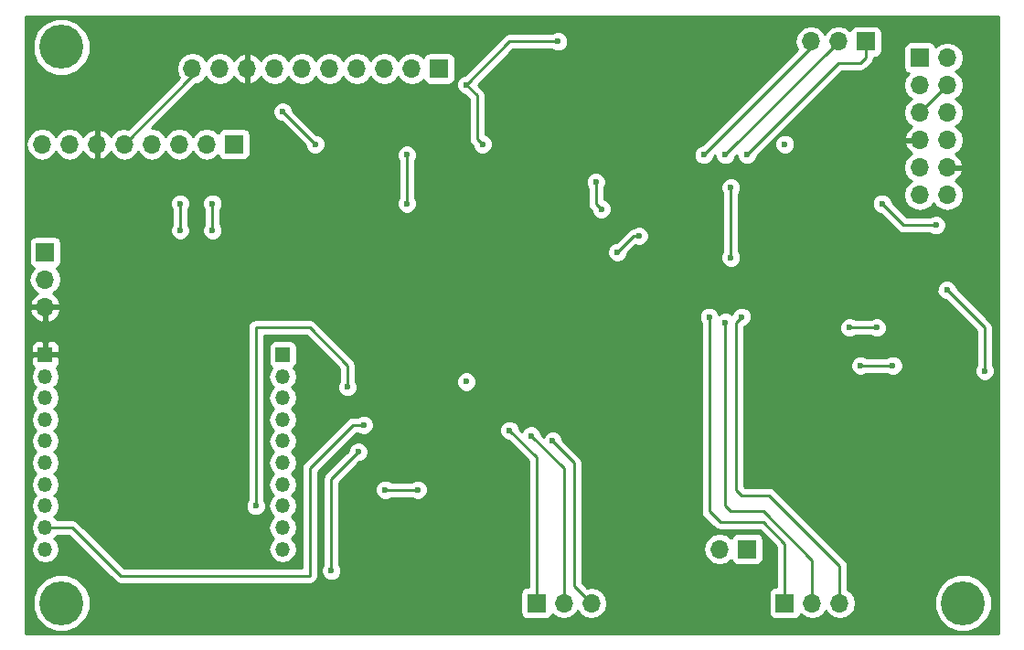
<source format=gbr>
G04 #@! TF.FileFunction,Copper,L2,Bot,Mixed*
%FSLAX46Y46*%
G04 Gerber Fmt 4.6, Leading zero omitted, Abs format (unit mm)*
G04 Created by KiCad (PCBNEW 4.0.5) date 04/17/17 10:09:57*
%MOMM*%
%LPD*%
G01*
G04 APERTURE LIST*
%ADD10C,0.100000*%
%ADD11C,4.064000*%
%ADD12R,1.350000X1.350000*%
%ADD13O,1.350000X1.350000*%
%ADD14R,1.700000X1.700000*%
%ADD15O,1.700000X1.700000*%
%ADD16C,0.600000*%
%ADD17C,0.250000*%
%ADD18C,0.254000*%
G04 APERTURE END LIST*
D10*
D11*
X205000000Y-143500000D03*
X121500000Y-143500000D03*
X121500000Y-92000000D03*
D12*
X120000000Y-120500000D03*
D13*
X120000000Y-122500000D03*
X120000000Y-124500000D03*
X120000000Y-126500000D03*
X120000000Y-128500000D03*
X120000000Y-130500000D03*
X120000000Y-132500000D03*
X120000000Y-134500000D03*
X120000000Y-136500000D03*
X120000000Y-138500000D03*
D12*
X142000000Y-120500000D03*
D13*
X142000000Y-122500000D03*
X142000000Y-124500000D03*
X142000000Y-126500000D03*
X142000000Y-128500000D03*
X142000000Y-130500000D03*
X142000000Y-132500000D03*
X142000000Y-134500000D03*
X142000000Y-136500000D03*
X142000000Y-138500000D03*
D14*
X137500000Y-101000000D03*
D15*
X134960000Y-101000000D03*
X132420000Y-101000000D03*
X129880000Y-101000000D03*
X127340000Y-101000000D03*
X124800000Y-101000000D03*
X122260000Y-101000000D03*
X119720000Y-101000000D03*
D14*
X156500000Y-94000000D03*
D15*
X153960000Y-94000000D03*
X151420000Y-94000000D03*
X148880000Y-94000000D03*
X146340000Y-94000000D03*
X143800000Y-94000000D03*
X141260000Y-94000000D03*
X138720000Y-94000000D03*
X136180000Y-94000000D03*
X133640000Y-94000000D03*
D14*
X120000000Y-111000000D03*
D15*
X120000000Y-113540000D03*
X120000000Y-116080000D03*
D14*
X185000000Y-138500000D03*
D15*
X182460000Y-138500000D03*
D14*
X201000000Y-93000000D03*
D15*
X203540000Y-93000000D03*
X201000000Y-95540000D03*
X203540000Y-95540000D03*
X201000000Y-98080000D03*
X203540000Y-98080000D03*
X201000000Y-100620000D03*
X203540000Y-100620000D03*
X201000000Y-103160000D03*
X203540000Y-103160000D03*
X201000000Y-105700000D03*
X203540000Y-105700000D03*
D14*
X196000000Y-91500000D03*
D15*
X193460000Y-91500000D03*
X190920000Y-91500000D03*
D14*
X188500000Y-143500000D03*
D15*
X191040000Y-143500000D03*
X193580000Y-143500000D03*
D14*
X165500000Y-143500000D03*
D15*
X168040000Y-143500000D03*
X170580000Y-143500000D03*
D16*
X184500000Y-93000000D03*
X170000000Y-134500000D03*
X205000000Y-123000000D03*
X127500000Y-136500000D03*
X168500000Y-104000000D03*
X163000000Y-93500000D03*
X162500000Y-96000000D03*
X197500000Y-109000000D03*
X188000000Y-117000000D03*
X176000000Y-119500000D03*
X195000000Y-115000000D03*
X182000000Y-111000000D03*
X153500000Y-117500000D03*
X162500000Y-112000000D03*
X197500000Y-106500000D03*
X202500000Y-108500000D03*
X167500000Y-91500000D03*
X203500000Y-114500000D03*
X207000000Y-122000000D03*
X146500000Y-140500000D03*
X149000000Y-129500000D03*
X160500000Y-101000000D03*
X159000000Y-95500000D03*
X183500000Y-105000000D03*
X183500000Y-111500000D03*
X159000000Y-123000000D03*
X188500000Y-101000000D03*
X151500000Y-133000000D03*
X154500000Y-133000000D03*
X135500000Y-109000000D03*
X135500000Y-106500000D03*
X132500000Y-109000000D03*
X132500000Y-106500000D03*
X171500000Y-107000000D03*
X171000000Y-104500000D03*
X153500000Y-106500000D03*
X153500000Y-102000000D03*
X145000000Y-101000000D03*
X142000000Y-98000000D03*
X195500000Y-121500000D03*
X198500000Y-121500000D03*
X194500000Y-118000000D03*
X197000000Y-118000000D03*
X149500000Y-127000000D03*
X148000000Y-123500000D03*
X139500000Y-134500000D03*
X175000000Y-109500000D03*
X173000000Y-111000000D03*
X185000000Y-102000000D03*
X183000000Y-102000000D03*
X181000000Y-102000000D03*
X181500000Y-117000000D03*
X183000000Y-117500000D03*
X184500000Y-117000000D03*
X163000000Y-127500000D03*
X165000000Y-128000000D03*
X167000000Y-128500000D03*
D17*
X202500000Y-108500000D02*
X199500000Y-108500000D01*
X199500000Y-108500000D02*
X197500000Y-106500000D01*
X159000000Y-95500000D02*
X163000000Y-91500000D01*
X163000000Y-91500000D02*
X167500000Y-91500000D01*
X203500000Y-114500000D02*
X207000000Y-118000000D01*
X207000000Y-118000000D02*
X207000000Y-122000000D01*
X146500000Y-132000000D02*
X146500000Y-140500000D01*
X149000000Y-129500000D02*
X146500000Y-132000000D01*
X160000000Y-96500000D02*
X159000000Y-95500000D01*
X160000000Y-100500000D02*
X160000000Y-96500000D01*
X160500000Y-101000000D02*
X160000000Y-100500000D01*
X183500000Y-111500000D02*
X183500000Y-105000000D01*
X203540000Y-95540000D02*
X201000000Y-98080000D01*
X133640000Y-94000000D02*
X133640000Y-94700000D01*
X133640000Y-94700000D02*
X127340000Y-101000000D01*
X151500000Y-133000000D02*
X154500000Y-133000000D01*
X135500000Y-106500000D02*
X135500000Y-109000000D01*
X132500000Y-106500000D02*
X132500000Y-109000000D01*
X171500000Y-107000000D02*
X171000000Y-106500000D01*
X171000000Y-106500000D02*
X171000000Y-104500000D01*
X153500000Y-102000000D02*
X153500000Y-106500000D01*
X142000000Y-98000000D02*
X145000000Y-101000000D01*
X195500000Y-121500000D02*
X198500000Y-121500000D01*
X197000000Y-118000000D02*
X194500000Y-118000000D01*
X120000000Y-136500000D02*
X122500000Y-136500000D01*
X148500000Y-127000000D02*
X149500000Y-127000000D01*
X144500000Y-131000000D02*
X148500000Y-127000000D01*
X144500000Y-141000000D02*
X144500000Y-131000000D01*
X127000000Y-141000000D02*
X144500000Y-141000000D01*
X122500000Y-136500000D02*
X127000000Y-141000000D01*
X148000000Y-121500000D02*
X148000000Y-123500000D01*
X144500000Y-118000000D02*
X148000000Y-121500000D01*
X139500000Y-118000000D02*
X144500000Y-118000000D01*
X139500000Y-134500000D02*
X139500000Y-118000000D01*
X174500000Y-109500000D02*
X175000000Y-109500000D01*
X173000000Y-111000000D02*
X174500000Y-109500000D01*
X196000000Y-93000000D02*
X196000000Y-91500000D01*
X195500000Y-93500000D02*
X196000000Y-93000000D01*
X193500000Y-93500000D02*
X195500000Y-93500000D01*
X185000000Y-102000000D02*
X193500000Y-93500000D01*
X183000000Y-102000000D02*
X193460000Y-91540000D01*
X193460000Y-91540000D02*
X193460000Y-91500000D01*
X181000000Y-102000000D02*
X190920000Y-92080000D01*
X190920000Y-92080000D02*
X190920000Y-91500000D01*
X188500000Y-138000000D02*
X188500000Y-143500000D01*
X186500000Y-136000000D02*
X188500000Y-138000000D01*
X182500000Y-136000000D02*
X186500000Y-136000000D01*
X181500000Y-135000000D02*
X182500000Y-136000000D01*
X181500000Y-117000000D02*
X181500000Y-135000000D01*
X191040000Y-139540000D02*
X191040000Y-143500000D01*
X186500000Y-135000000D02*
X191040000Y-139540000D01*
X183500000Y-135000000D02*
X186500000Y-135000000D01*
X183000000Y-134500000D02*
X183500000Y-135000000D01*
X183000000Y-117500000D02*
X183000000Y-134500000D01*
X193580000Y-140080000D02*
X193580000Y-143500000D01*
X187000000Y-133500000D02*
X193580000Y-140080000D01*
X184500000Y-133500000D02*
X187000000Y-133500000D01*
X184000000Y-133000000D02*
X184500000Y-133500000D01*
X184000000Y-117500000D02*
X184000000Y-133000000D01*
X184500000Y-117000000D02*
X184000000Y-117500000D01*
X165500000Y-130000000D02*
X165500000Y-143500000D01*
X163000000Y-127500000D02*
X165500000Y-130000000D01*
X168040000Y-131040000D02*
X168040000Y-143500000D01*
X165000000Y-128000000D02*
X168040000Y-131040000D01*
X167000000Y-128500000D02*
X169000000Y-130500000D01*
X169000000Y-130500000D02*
X169000000Y-141920000D01*
X169000000Y-141920000D02*
X170580000Y-143500000D01*
D18*
G36*
X208290000Y-146290000D02*
X118210000Y-146290000D01*
X118210000Y-144028172D01*
X118832538Y-144028172D01*
X119237709Y-145008761D01*
X119987293Y-145759655D01*
X120967173Y-146166536D01*
X122028172Y-146167462D01*
X123008761Y-145762291D01*
X123759655Y-145012707D01*
X124166536Y-144032827D01*
X124167462Y-142971828D01*
X123762291Y-141991239D01*
X123012707Y-141240345D01*
X122032827Y-140833464D01*
X120971828Y-140832538D01*
X119991239Y-141237709D01*
X119240345Y-141987293D01*
X118833464Y-142967173D01*
X118832538Y-144028172D01*
X118210000Y-144028172D01*
X118210000Y-122500000D01*
X118664336Y-122500000D01*
X118764054Y-123001315D01*
X119048026Y-123426310D01*
X119158311Y-123500000D01*
X119048026Y-123573690D01*
X118764054Y-123998685D01*
X118664336Y-124500000D01*
X118764054Y-125001315D01*
X119048026Y-125426310D01*
X119158311Y-125500000D01*
X119048026Y-125573690D01*
X118764054Y-125998685D01*
X118664336Y-126500000D01*
X118764054Y-127001315D01*
X119048026Y-127426310D01*
X119158311Y-127500000D01*
X119048026Y-127573690D01*
X118764054Y-127998685D01*
X118664336Y-128500000D01*
X118764054Y-129001315D01*
X119048026Y-129426310D01*
X119158311Y-129500000D01*
X119048026Y-129573690D01*
X118764054Y-129998685D01*
X118664336Y-130500000D01*
X118764054Y-131001315D01*
X119048026Y-131426310D01*
X119158311Y-131500000D01*
X119048026Y-131573690D01*
X118764054Y-131998685D01*
X118664336Y-132500000D01*
X118764054Y-133001315D01*
X119048026Y-133426310D01*
X119158311Y-133500000D01*
X119048026Y-133573690D01*
X118764054Y-133998685D01*
X118664336Y-134500000D01*
X118764054Y-135001315D01*
X119048026Y-135426310D01*
X119158311Y-135500000D01*
X119048026Y-135573690D01*
X118764054Y-135998685D01*
X118664336Y-136500000D01*
X118764054Y-137001315D01*
X119048026Y-137426310D01*
X119158311Y-137500000D01*
X119048026Y-137573690D01*
X118764054Y-137998685D01*
X118664336Y-138500000D01*
X118764054Y-139001315D01*
X119048026Y-139426310D01*
X119473021Y-139710282D01*
X119974336Y-139810000D01*
X120025664Y-139810000D01*
X120526979Y-139710282D01*
X120951974Y-139426310D01*
X121235946Y-139001315D01*
X121335664Y-138500000D01*
X121235946Y-137998685D01*
X120951974Y-137573690D01*
X120841689Y-137500000D01*
X120951974Y-137426310D01*
X121063099Y-137260000D01*
X122185198Y-137260000D01*
X126462599Y-141537401D01*
X126709161Y-141702148D01*
X127000000Y-141760000D01*
X144500000Y-141760000D01*
X144790839Y-141702148D01*
X145037401Y-141537401D01*
X145202148Y-141290839D01*
X145260000Y-141000000D01*
X145260000Y-140685167D01*
X145564838Y-140685167D01*
X145706883Y-141028943D01*
X145969673Y-141292192D01*
X146313201Y-141434838D01*
X146685167Y-141435162D01*
X147028943Y-141293117D01*
X147292192Y-141030327D01*
X147434838Y-140686799D01*
X147435162Y-140314833D01*
X147293117Y-139971057D01*
X147260000Y-139937882D01*
X147260000Y-133185167D01*
X150564838Y-133185167D01*
X150706883Y-133528943D01*
X150969673Y-133792192D01*
X151313201Y-133934838D01*
X151685167Y-133935162D01*
X152028943Y-133793117D01*
X152062118Y-133760000D01*
X153937537Y-133760000D01*
X153969673Y-133792192D01*
X154313201Y-133934838D01*
X154685167Y-133935162D01*
X155028943Y-133793117D01*
X155292192Y-133530327D01*
X155434838Y-133186799D01*
X155435162Y-132814833D01*
X155293117Y-132471057D01*
X155030327Y-132207808D01*
X154686799Y-132065162D01*
X154314833Y-132064838D01*
X153971057Y-132206883D01*
X153937882Y-132240000D01*
X152062463Y-132240000D01*
X152030327Y-132207808D01*
X151686799Y-132065162D01*
X151314833Y-132064838D01*
X150971057Y-132206883D01*
X150707808Y-132469673D01*
X150565162Y-132813201D01*
X150564838Y-133185167D01*
X147260000Y-133185167D01*
X147260000Y-132314802D01*
X149139680Y-130435122D01*
X149185167Y-130435162D01*
X149528943Y-130293117D01*
X149792192Y-130030327D01*
X149934838Y-129686799D01*
X149935162Y-129314833D01*
X149793117Y-128971057D01*
X149530327Y-128707808D01*
X149186799Y-128565162D01*
X148814833Y-128564838D01*
X148471057Y-128706883D01*
X148207808Y-128969673D01*
X148065162Y-129313201D01*
X148065121Y-129360077D01*
X145962599Y-131462599D01*
X145797852Y-131709161D01*
X145740000Y-132000000D01*
X145740000Y-139937537D01*
X145707808Y-139969673D01*
X145565162Y-140313201D01*
X145564838Y-140685167D01*
X145260000Y-140685167D01*
X145260000Y-131314802D01*
X148814802Y-127760000D01*
X148937537Y-127760000D01*
X148969673Y-127792192D01*
X149313201Y-127934838D01*
X149685167Y-127935162D01*
X150028943Y-127793117D01*
X150137081Y-127685167D01*
X162064838Y-127685167D01*
X162206883Y-128028943D01*
X162469673Y-128292192D01*
X162813201Y-128434838D01*
X162860077Y-128434879D01*
X164740000Y-130314802D01*
X164740000Y-142002560D01*
X164650000Y-142002560D01*
X164414683Y-142046838D01*
X164198559Y-142185910D01*
X164053569Y-142398110D01*
X164002560Y-142650000D01*
X164002560Y-144350000D01*
X164046838Y-144585317D01*
X164185910Y-144801441D01*
X164398110Y-144946431D01*
X164650000Y-144997440D01*
X166350000Y-144997440D01*
X166585317Y-144953162D01*
X166801441Y-144814090D01*
X166946431Y-144601890D01*
X166960086Y-144534459D01*
X166989946Y-144579147D01*
X167471715Y-144901054D01*
X168040000Y-145014093D01*
X168608285Y-144901054D01*
X169090054Y-144579147D01*
X169310000Y-144249974D01*
X169529946Y-144579147D01*
X170011715Y-144901054D01*
X170580000Y-145014093D01*
X171148285Y-144901054D01*
X171630054Y-144579147D01*
X171951961Y-144097378D01*
X172065000Y-143529093D01*
X172065000Y-143470907D01*
X171951961Y-142902622D01*
X171630054Y-142420853D01*
X171148285Y-142098946D01*
X170580000Y-141985907D01*
X170213592Y-142058790D01*
X169760000Y-141605198D01*
X169760000Y-138470907D01*
X180975000Y-138470907D01*
X180975000Y-138529093D01*
X181088039Y-139097378D01*
X181409946Y-139579147D01*
X181891715Y-139901054D01*
X182460000Y-140014093D01*
X183028285Y-139901054D01*
X183510054Y-139579147D01*
X183537850Y-139537548D01*
X183546838Y-139585317D01*
X183685910Y-139801441D01*
X183898110Y-139946431D01*
X184150000Y-139997440D01*
X185850000Y-139997440D01*
X186085317Y-139953162D01*
X186301441Y-139814090D01*
X186446431Y-139601890D01*
X186497440Y-139350000D01*
X186497440Y-137650000D01*
X186453162Y-137414683D01*
X186314090Y-137198559D01*
X186101890Y-137053569D01*
X185850000Y-137002560D01*
X184150000Y-137002560D01*
X183914683Y-137046838D01*
X183698559Y-137185910D01*
X183553569Y-137398110D01*
X183539914Y-137465541D01*
X183510054Y-137420853D01*
X183028285Y-137098946D01*
X182460000Y-136985907D01*
X181891715Y-137098946D01*
X181409946Y-137420853D01*
X181088039Y-137902622D01*
X180975000Y-138470907D01*
X169760000Y-138470907D01*
X169760000Y-130500000D01*
X169702148Y-130209161D01*
X169537401Y-129962599D01*
X167935122Y-128360320D01*
X167935162Y-128314833D01*
X167793117Y-127971057D01*
X167530327Y-127707808D01*
X167186799Y-127565162D01*
X166814833Y-127564838D01*
X166471057Y-127706883D01*
X166207808Y-127969673D01*
X166159885Y-128085083D01*
X165935122Y-127860320D01*
X165935162Y-127814833D01*
X165793117Y-127471057D01*
X165530327Y-127207808D01*
X165186799Y-127065162D01*
X164814833Y-127064838D01*
X164471057Y-127206883D01*
X164207808Y-127469673D01*
X164159885Y-127585083D01*
X163935122Y-127360320D01*
X163935162Y-127314833D01*
X163793117Y-126971057D01*
X163530327Y-126707808D01*
X163186799Y-126565162D01*
X162814833Y-126564838D01*
X162471057Y-126706883D01*
X162207808Y-126969673D01*
X162065162Y-127313201D01*
X162064838Y-127685167D01*
X150137081Y-127685167D01*
X150292192Y-127530327D01*
X150434838Y-127186799D01*
X150435162Y-126814833D01*
X150293117Y-126471057D01*
X150030327Y-126207808D01*
X149686799Y-126065162D01*
X149314833Y-126064838D01*
X148971057Y-126206883D01*
X148937882Y-126240000D01*
X148500000Y-126240000D01*
X148209160Y-126297852D01*
X147962599Y-126462599D01*
X143962599Y-130462599D01*
X143797852Y-130709161D01*
X143740000Y-131000000D01*
X143740000Y-140240000D01*
X127314802Y-140240000D01*
X123037401Y-135962599D01*
X122790839Y-135797852D01*
X122500000Y-135740000D01*
X121063099Y-135740000D01*
X120951974Y-135573690D01*
X120841689Y-135500000D01*
X120951974Y-135426310D01*
X121235946Y-135001315D01*
X121298831Y-134685167D01*
X138564838Y-134685167D01*
X138706883Y-135028943D01*
X138969673Y-135292192D01*
X139313201Y-135434838D01*
X139685167Y-135435162D01*
X140028943Y-135293117D01*
X140292192Y-135030327D01*
X140434838Y-134686799D01*
X140435162Y-134314833D01*
X140293117Y-133971057D01*
X140260000Y-133937882D01*
X140260000Y-122500000D01*
X140664336Y-122500000D01*
X140764054Y-123001315D01*
X141048026Y-123426310D01*
X141158311Y-123500000D01*
X141048026Y-123573690D01*
X140764054Y-123998685D01*
X140664336Y-124500000D01*
X140764054Y-125001315D01*
X141048026Y-125426310D01*
X141158311Y-125500000D01*
X141048026Y-125573690D01*
X140764054Y-125998685D01*
X140664336Y-126500000D01*
X140764054Y-127001315D01*
X141048026Y-127426310D01*
X141158311Y-127500000D01*
X141048026Y-127573690D01*
X140764054Y-127998685D01*
X140664336Y-128500000D01*
X140764054Y-129001315D01*
X141048026Y-129426310D01*
X141158311Y-129500000D01*
X141048026Y-129573690D01*
X140764054Y-129998685D01*
X140664336Y-130500000D01*
X140764054Y-131001315D01*
X141048026Y-131426310D01*
X141158311Y-131500000D01*
X141048026Y-131573690D01*
X140764054Y-131998685D01*
X140664336Y-132500000D01*
X140764054Y-133001315D01*
X141048026Y-133426310D01*
X141158311Y-133500000D01*
X141048026Y-133573690D01*
X140764054Y-133998685D01*
X140664336Y-134500000D01*
X140764054Y-135001315D01*
X141048026Y-135426310D01*
X141158311Y-135500000D01*
X141048026Y-135573690D01*
X140764054Y-135998685D01*
X140664336Y-136500000D01*
X140764054Y-137001315D01*
X141048026Y-137426310D01*
X141158311Y-137500000D01*
X141048026Y-137573690D01*
X140764054Y-137998685D01*
X140664336Y-138500000D01*
X140764054Y-139001315D01*
X141048026Y-139426310D01*
X141473021Y-139710282D01*
X141974336Y-139810000D01*
X142025664Y-139810000D01*
X142526979Y-139710282D01*
X142951974Y-139426310D01*
X143235946Y-139001315D01*
X143335664Y-138500000D01*
X143235946Y-137998685D01*
X142951974Y-137573690D01*
X142841689Y-137500000D01*
X142951974Y-137426310D01*
X143235946Y-137001315D01*
X143335664Y-136500000D01*
X143235946Y-135998685D01*
X142951974Y-135573690D01*
X142841689Y-135500000D01*
X142951974Y-135426310D01*
X143235946Y-135001315D01*
X143335664Y-134500000D01*
X143235946Y-133998685D01*
X142951974Y-133573690D01*
X142841689Y-133500000D01*
X142951974Y-133426310D01*
X143235946Y-133001315D01*
X143335664Y-132500000D01*
X143235946Y-131998685D01*
X142951974Y-131573690D01*
X142841689Y-131500000D01*
X142951974Y-131426310D01*
X143235946Y-131001315D01*
X143335664Y-130500000D01*
X143235946Y-129998685D01*
X142951974Y-129573690D01*
X142841689Y-129500000D01*
X142951974Y-129426310D01*
X143235946Y-129001315D01*
X143335664Y-128500000D01*
X143235946Y-127998685D01*
X142951974Y-127573690D01*
X142841689Y-127500000D01*
X142951974Y-127426310D01*
X143235946Y-127001315D01*
X143335664Y-126500000D01*
X143235946Y-125998685D01*
X142951974Y-125573690D01*
X142841689Y-125500000D01*
X142951974Y-125426310D01*
X143235946Y-125001315D01*
X143335664Y-124500000D01*
X143235946Y-123998685D01*
X142951974Y-123573690D01*
X142841689Y-123500000D01*
X142951974Y-123426310D01*
X143235946Y-123001315D01*
X143335664Y-122500000D01*
X143235946Y-121998685D01*
X143034992Y-121697936D01*
X143126441Y-121639090D01*
X143271431Y-121426890D01*
X143322440Y-121175000D01*
X143322440Y-119825000D01*
X143278162Y-119589683D01*
X143139090Y-119373559D01*
X142926890Y-119228569D01*
X142675000Y-119177560D01*
X141325000Y-119177560D01*
X141089683Y-119221838D01*
X140873559Y-119360910D01*
X140728569Y-119573110D01*
X140677560Y-119825000D01*
X140677560Y-121175000D01*
X140721838Y-121410317D01*
X140860910Y-121626441D01*
X140965177Y-121697683D01*
X140764054Y-121998685D01*
X140664336Y-122500000D01*
X140260000Y-122500000D01*
X140260000Y-118760000D01*
X144185198Y-118760000D01*
X147240000Y-121814802D01*
X147240000Y-122937537D01*
X147207808Y-122969673D01*
X147065162Y-123313201D01*
X147064838Y-123685167D01*
X147206883Y-124028943D01*
X147469673Y-124292192D01*
X147813201Y-124434838D01*
X148185167Y-124435162D01*
X148528943Y-124293117D01*
X148792192Y-124030327D01*
X148934838Y-123686799D01*
X148935162Y-123314833D01*
X148881586Y-123185167D01*
X158064838Y-123185167D01*
X158206883Y-123528943D01*
X158469673Y-123792192D01*
X158813201Y-123934838D01*
X159185167Y-123935162D01*
X159528943Y-123793117D01*
X159792192Y-123530327D01*
X159934838Y-123186799D01*
X159935162Y-122814833D01*
X159793117Y-122471057D01*
X159530327Y-122207808D01*
X159186799Y-122065162D01*
X158814833Y-122064838D01*
X158471057Y-122206883D01*
X158207808Y-122469673D01*
X158065162Y-122813201D01*
X158064838Y-123185167D01*
X148881586Y-123185167D01*
X148793117Y-122971057D01*
X148760000Y-122937882D01*
X148760000Y-121500000D01*
X148702148Y-121209161D01*
X148702148Y-121209160D01*
X148537401Y-120962599D01*
X145037401Y-117462599D01*
X144790839Y-117297852D01*
X144500000Y-117240000D01*
X139500000Y-117240000D01*
X139209161Y-117297852D01*
X138962599Y-117462599D01*
X138797852Y-117709161D01*
X138740000Y-118000000D01*
X138740000Y-133937537D01*
X138707808Y-133969673D01*
X138565162Y-134313201D01*
X138564838Y-134685167D01*
X121298831Y-134685167D01*
X121335664Y-134500000D01*
X121235946Y-133998685D01*
X120951974Y-133573690D01*
X120841689Y-133500000D01*
X120951974Y-133426310D01*
X121235946Y-133001315D01*
X121335664Y-132500000D01*
X121235946Y-131998685D01*
X120951974Y-131573690D01*
X120841689Y-131500000D01*
X120951974Y-131426310D01*
X121235946Y-131001315D01*
X121335664Y-130500000D01*
X121235946Y-129998685D01*
X120951974Y-129573690D01*
X120841689Y-129500000D01*
X120951974Y-129426310D01*
X121235946Y-129001315D01*
X121335664Y-128500000D01*
X121235946Y-127998685D01*
X120951974Y-127573690D01*
X120841689Y-127500000D01*
X120951974Y-127426310D01*
X121235946Y-127001315D01*
X121335664Y-126500000D01*
X121235946Y-125998685D01*
X120951974Y-125573690D01*
X120841689Y-125500000D01*
X120951974Y-125426310D01*
X121235946Y-125001315D01*
X121335664Y-124500000D01*
X121235946Y-123998685D01*
X120951974Y-123573690D01*
X120841689Y-123500000D01*
X120951974Y-123426310D01*
X121235946Y-123001315D01*
X121335664Y-122500000D01*
X121235946Y-121998685D01*
X121041039Y-121706986D01*
X121213327Y-121534699D01*
X121310000Y-121301310D01*
X121310000Y-120785750D01*
X121151250Y-120627000D01*
X120127000Y-120627000D01*
X120127000Y-120647000D01*
X119873000Y-120647000D01*
X119873000Y-120627000D01*
X118848750Y-120627000D01*
X118690000Y-120785750D01*
X118690000Y-121301310D01*
X118786673Y-121534699D01*
X118958961Y-121706986D01*
X118764054Y-121998685D01*
X118664336Y-122500000D01*
X118210000Y-122500000D01*
X118210000Y-119698690D01*
X118690000Y-119698690D01*
X118690000Y-120214250D01*
X118848750Y-120373000D01*
X119873000Y-120373000D01*
X119873000Y-119348750D01*
X120127000Y-119348750D01*
X120127000Y-120373000D01*
X121151250Y-120373000D01*
X121310000Y-120214250D01*
X121310000Y-119698690D01*
X121213327Y-119465301D01*
X121034698Y-119286673D01*
X120801309Y-119190000D01*
X120285750Y-119190000D01*
X120127000Y-119348750D01*
X119873000Y-119348750D01*
X119714250Y-119190000D01*
X119198691Y-119190000D01*
X118965302Y-119286673D01*
X118786673Y-119465301D01*
X118690000Y-119698690D01*
X118210000Y-119698690D01*
X118210000Y-116436890D01*
X118558524Y-116436890D01*
X118728355Y-116846924D01*
X119118642Y-117275183D01*
X119643108Y-117521486D01*
X119873000Y-117400819D01*
X119873000Y-116207000D01*
X120127000Y-116207000D01*
X120127000Y-117400819D01*
X120356892Y-117521486D01*
X120881358Y-117275183D01*
X120963392Y-117185167D01*
X180564838Y-117185167D01*
X180706883Y-117528943D01*
X180740000Y-117562118D01*
X180740000Y-135000000D01*
X180797852Y-135290839D01*
X180962599Y-135537401D01*
X181962599Y-136537401D01*
X182209161Y-136702148D01*
X182500000Y-136760000D01*
X186185198Y-136760000D01*
X187740000Y-138314802D01*
X187740000Y-142002560D01*
X187650000Y-142002560D01*
X187414683Y-142046838D01*
X187198559Y-142185910D01*
X187053569Y-142398110D01*
X187002560Y-142650000D01*
X187002560Y-144350000D01*
X187046838Y-144585317D01*
X187185910Y-144801441D01*
X187398110Y-144946431D01*
X187650000Y-144997440D01*
X189350000Y-144997440D01*
X189585317Y-144953162D01*
X189801441Y-144814090D01*
X189946431Y-144601890D01*
X189960086Y-144534459D01*
X189989946Y-144579147D01*
X190471715Y-144901054D01*
X191040000Y-145014093D01*
X191608285Y-144901054D01*
X192090054Y-144579147D01*
X192310000Y-144249974D01*
X192529946Y-144579147D01*
X193011715Y-144901054D01*
X193580000Y-145014093D01*
X194148285Y-144901054D01*
X194630054Y-144579147D01*
X194951961Y-144097378D01*
X194965726Y-144028172D01*
X202332538Y-144028172D01*
X202737709Y-145008761D01*
X203487293Y-145759655D01*
X204467173Y-146166536D01*
X205528172Y-146167462D01*
X206508761Y-145762291D01*
X207259655Y-145012707D01*
X207666536Y-144032827D01*
X207667462Y-142971828D01*
X207262291Y-141991239D01*
X206512707Y-141240345D01*
X205532827Y-140833464D01*
X204471828Y-140832538D01*
X203491239Y-141237709D01*
X202740345Y-141987293D01*
X202333464Y-142967173D01*
X202332538Y-144028172D01*
X194965726Y-144028172D01*
X195065000Y-143529093D01*
X195065000Y-143470907D01*
X194951961Y-142902622D01*
X194630054Y-142420853D01*
X194340000Y-142227046D01*
X194340000Y-140080000D01*
X194282148Y-139789161D01*
X194282148Y-139789160D01*
X194117401Y-139542599D01*
X187537401Y-132962599D01*
X187290839Y-132797852D01*
X187000000Y-132740000D01*
X184814802Y-132740000D01*
X184760000Y-132685198D01*
X184760000Y-121685167D01*
X194564838Y-121685167D01*
X194706883Y-122028943D01*
X194969673Y-122292192D01*
X195313201Y-122434838D01*
X195685167Y-122435162D01*
X196028943Y-122293117D01*
X196062118Y-122260000D01*
X197937537Y-122260000D01*
X197969673Y-122292192D01*
X198313201Y-122434838D01*
X198685167Y-122435162D01*
X199028943Y-122293117D01*
X199292192Y-122030327D01*
X199434838Y-121686799D01*
X199435162Y-121314833D01*
X199293117Y-120971057D01*
X199030327Y-120707808D01*
X198686799Y-120565162D01*
X198314833Y-120564838D01*
X197971057Y-120706883D01*
X197937882Y-120740000D01*
X196062463Y-120740000D01*
X196030327Y-120707808D01*
X195686799Y-120565162D01*
X195314833Y-120564838D01*
X194971057Y-120706883D01*
X194707808Y-120969673D01*
X194565162Y-121313201D01*
X194564838Y-121685167D01*
X184760000Y-121685167D01*
X184760000Y-118185167D01*
X193564838Y-118185167D01*
X193706883Y-118528943D01*
X193969673Y-118792192D01*
X194313201Y-118934838D01*
X194685167Y-118935162D01*
X195028943Y-118793117D01*
X195062118Y-118760000D01*
X196437537Y-118760000D01*
X196469673Y-118792192D01*
X196813201Y-118934838D01*
X197185167Y-118935162D01*
X197528943Y-118793117D01*
X197792192Y-118530327D01*
X197934838Y-118186799D01*
X197935162Y-117814833D01*
X197793117Y-117471057D01*
X197530327Y-117207808D01*
X197186799Y-117065162D01*
X196814833Y-117064838D01*
X196471057Y-117206883D01*
X196437882Y-117240000D01*
X195062463Y-117240000D01*
X195030327Y-117207808D01*
X194686799Y-117065162D01*
X194314833Y-117064838D01*
X193971057Y-117206883D01*
X193707808Y-117469673D01*
X193565162Y-117813201D01*
X193564838Y-118185167D01*
X184760000Y-118185167D01*
X184760000Y-117904242D01*
X185028943Y-117793117D01*
X185292192Y-117530327D01*
X185434838Y-117186799D01*
X185435162Y-116814833D01*
X185293117Y-116471057D01*
X185030327Y-116207808D01*
X184686799Y-116065162D01*
X184314833Y-116064838D01*
X183971057Y-116206883D01*
X183707808Y-116469673D01*
X183585836Y-116763414D01*
X183530327Y-116707808D01*
X183186799Y-116565162D01*
X182814833Y-116564838D01*
X182471057Y-116706883D01*
X182414065Y-116763775D01*
X182293117Y-116471057D01*
X182030327Y-116207808D01*
X181686799Y-116065162D01*
X181314833Y-116064838D01*
X180971057Y-116206883D01*
X180707808Y-116469673D01*
X180565162Y-116813201D01*
X180564838Y-117185167D01*
X120963392Y-117185167D01*
X121271645Y-116846924D01*
X121441476Y-116436890D01*
X121320155Y-116207000D01*
X120127000Y-116207000D01*
X119873000Y-116207000D01*
X118679845Y-116207000D01*
X118558524Y-116436890D01*
X118210000Y-116436890D01*
X118210000Y-113540000D01*
X118485907Y-113540000D01*
X118598946Y-114108285D01*
X118920853Y-114590054D01*
X119261553Y-114817702D01*
X119118642Y-114884817D01*
X118728355Y-115313076D01*
X118558524Y-115723110D01*
X118679845Y-115953000D01*
X119873000Y-115953000D01*
X119873000Y-115933000D01*
X120127000Y-115933000D01*
X120127000Y-115953000D01*
X121320155Y-115953000D01*
X121441476Y-115723110D01*
X121271645Y-115313076D01*
X120881358Y-114884817D01*
X120738447Y-114817702D01*
X120936800Y-114685167D01*
X202564838Y-114685167D01*
X202706883Y-115028943D01*
X202969673Y-115292192D01*
X203313201Y-115434838D01*
X203360077Y-115434879D01*
X206240000Y-118314802D01*
X206240000Y-121437537D01*
X206207808Y-121469673D01*
X206065162Y-121813201D01*
X206064838Y-122185167D01*
X206206883Y-122528943D01*
X206469673Y-122792192D01*
X206813201Y-122934838D01*
X207185167Y-122935162D01*
X207528943Y-122793117D01*
X207792192Y-122530327D01*
X207934838Y-122186799D01*
X207935162Y-121814833D01*
X207793117Y-121471057D01*
X207760000Y-121437882D01*
X207760000Y-118000000D01*
X207702148Y-117709161D01*
X207702148Y-117709160D01*
X207537401Y-117462599D01*
X204435122Y-114360320D01*
X204435162Y-114314833D01*
X204293117Y-113971057D01*
X204030327Y-113707808D01*
X203686799Y-113565162D01*
X203314833Y-113564838D01*
X202971057Y-113706883D01*
X202707808Y-113969673D01*
X202565162Y-114313201D01*
X202564838Y-114685167D01*
X120936800Y-114685167D01*
X121079147Y-114590054D01*
X121401054Y-114108285D01*
X121514093Y-113540000D01*
X121401054Y-112971715D01*
X121079147Y-112489946D01*
X121037548Y-112462150D01*
X121085317Y-112453162D01*
X121301441Y-112314090D01*
X121446431Y-112101890D01*
X121497440Y-111850000D01*
X121497440Y-111185167D01*
X172064838Y-111185167D01*
X172206883Y-111528943D01*
X172469673Y-111792192D01*
X172813201Y-111934838D01*
X173185167Y-111935162D01*
X173528943Y-111793117D01*
X173792192Y-111530327D01*
X173934838Y-111186799D01*
X173934879Y-111139923D01*
X174690793Y-110384009D01*
X174813201Y-110434838D01*
X175185167Y-110435162D01*
X175528943Y-110293117D01*
X175792192Y-110030327D01*
X175934838Y-109686799D01*
X175935162Y-109314833D01*
X175793117Y-108971057D01*
X175530327Y-108707808D01*
X175186799Y-108565162D01*
X174814833Y-108564838D01*
X174471057Y-108706883D01*
X174422424Y-108755431D01*
X174209160Y-108797852D01*
X173962599Y-108962599D01*
X172860320Y-110064878D01*
X172814833Y-110064838D01*
X172471057Y-110206883D01*
X172207808Y-110469673D01*
X172065162Y-110813201D01*
X172064838Y-111185167D01*
X121497440Y-111185167D01*
X121497440Y-110150000D01*
X121453162Y-109914683D01*
X121314090Y-109698559D01*
X121101890Y-109553569D01*
X120850000Y-109502560D01*
X119150000Y-109502560D01*
X118914683Y-109546838D01*
X118698559Y-109685910D01*
X118553569Y-109898110D01*
X118502560Y-110150000D01*
X118502560Y-111850000D01*
X118546838Y-112085317D01*
X118685910Y-112301441D01*
X118898110Y-112446431D01*
X118965541Y-112460086D01*
X118920853Y-112489946D01*
X118598946Y-112971715D01*
X118485907Y-113540000D01*
X118210000Y-113540000D01*
X118210000Y-106685167D01*
X131564838Y-106685167D01*
X131706883Y-107028943D01*
X131740000Y-107062118D01*
X131740000Y-108437537D01*
X131707808Y-108469673D01*
X131565162Y-108813201D01*
X131564838Y-109185167D01*
X131706883Y-109528943D01*
X131969673Y-109792192D01*
X132313201Y-109934838D01*
X132685167Y-109935162D01*
X133028943Y-109793117D01*
X133292192Y-109530327D01*
X133434838Y-109186799D01*
X133435162Y-108814833D01*
X133293117Y-108471057D01*
X133260000Y-108437882D01*
X133260000Y-107062463D01*
X133292192Y-107030327D01*
X133434838Y-106686799D01*
X133434839Y-106685167D01*
X134564838Y-106685167D01*
X134706883Y-107028943D01*
X134740000Y-107062118D01*
X134740000Y-108437537D01*
X134707808Y-108469673D01*
X134565162Y-108813201D01*
X134564838Y-109185167D01*
X134706883Y-109528943D01*
X134969673Y-109792192D01*
X135313201Y-109934838D01*
X135685167Y-109935162D01*
X136028943Y-109793117D01*
X136292192Y-109530327D01*
X136434838Y-109186799D01*
X136435162Y-108814833D01*
X136293117Y-108471057D01*
X136260000Y-108437882D01*
X136260000Y-107062463D01*
X136292192Y-107030327D01*
X136434838Y-106686799D01*
X136435162Y-106314833D01*
X136293117Y-105971057D01*
X136030327Y-105707808D01*
X135686799Y-105565162D01*
X135314833Y-105564838D01*
X134971057Y-105706883D01*
X134707808Y-105969673D01*
X134565162Y-106313201D01*
X134564838Y-106685167D01*
X133434839Y-106685167D01*
X133435162Y-106314833D01*
X133293117Y-105971057D01*
X133030327Y-105707808D01*
X132686799Y-105565162D01*
X132314833Y-105564838D01*
X131971057Y-105706883D01*
X131707808Y-105969673D01*
X131565162Y-106313201D01*
X131564838Y-106685167D01*
X118210000Y-106685167D01*
X118210000Y-100970907D01*
X118235000Y-100970907D01*
X118235000Y-101029093D01*
X118348039Y-101597378D01*
X118669946Y-102079147D01*
X119151715Y-102401054D01*
X119720000Y-102514093D01*
X120288285Y-102401054D01*
X120770054Y-102079147D01*
X120990000Y-101749974D01*
X121209946Y-102079147D01*
X121691715Y-102401054D01*
X122260000Y-102514093D01*
X122828285Y-102401054D01*
X123310054Y-102079147D01*
X123537702Y-101738447D01*
X123604817Y-101881358D01*
X124033076Y-102271645D01*
X124443110Y-102441476D01*
X124673000Y-102320155D01*
X124673000Y-101127000D01*
X124653000Y-101127000D01*
X124653000Y-100873000D01*
X124673000Y-100873000D01*
X124673000Y-99679845D01*
X124927000Y-99679845D01*
X124927000Y-100873000D01*
X124947000Y-100873000D01*
X124947000Y-101127000D01*
X124927000Y-101127000D01*
X124927000Y-102320155D01*
X125156890Y-102441476D01*
X125566924Y-102271645D01*
X125995183Y-101881358D01*
X126062298Y-101738447D01*
X126289946Y-102079147D01*
X126771715Y-102401054D01*
X127340000Y-102514093D01*
X127908285Y-102401054D01*
X128390054Y-102079147D01*
X128610000Y-101749974D01*
X128829946Y-102079147D01*
X129311715Y-102401054D01*
X129880000Y-102514093D01*
X130448285Y-102401054D01*
X130930054Y-102079147D01*
X131150000Y-101749974D01*
X131369946Y-102079147D01*
X131851715Y-102401054D01*
X132420000Y-102514093D01*
X132988285Y-102401054D01*
X133470054Y-102079147D01*
X133690000Y-101749974D01*
X133909946Y-102079147D01*
X134391715Y-102401054D01*
X134960000Y-102514093D01*
X135528285Y-102401054D01*
X136010054Y-102079147D01*
X136037850Y-102037548D01*
X136046838Y-102085317D01*
X136185910Y-102301441D01*
X136398110Y-102446431D01*
X136650000Y-102497440D01*
X138350000Y-102497440D01*
X138585317Y-102453162D01*
X138801441Y-102314090D01*
X138889530Y-102185167D01*
X152564838Y-102185167D01*
X152706883Y-102528943D01*
X152740000Y-102562118D01*
X152740000Y-105937537D01*
X152707808Y-105969673D01*
X152565162Y-106313201D01*
X152564838Y-106685167D01*
X152706883Y-107028943D01*
X152969673Y-107292192D01*
X153313201Y-107434838D01*
X153685167Y-107435162D01*
X154028943Y-107293117D01*
X154292192Y-107030327D01*
X154434838Y-106686799D01*
X154435162Y-106314833D01*
X154293117Y-105971057D01*
X154260000Y-105937882D01*
X154260000Y-104685167D01*
X170064838Y-104685167D01*
X170206883Y-105028943D01*
X170240000Y-105062118D01*
X170240000Y-106500000D01*
X170297852Y-106790839D01*
X170462599Y-107037401D01*
X170564878Y-107139680D01*
X170564838Y-107185167D01*
X170706883Y-107528943D01*
X170969673Y-107792192D01*
X171313201Y-107934838D01*
X171685167Y-107935162D01*
X172028943Y-107793117D01*
X172292192Y-107530327D01*
X172434838Y-107186799D01*
X172435162Y-106814833D01*
X172293117Y-106471057D01*
X172030327Y-106207808D01*
X171760000Y-106095558D01*
X171760000Y-105185167D01*
X182564838Y-105185167D01*
X182706883Y-105528943D01*
X182740000Y-105562118D01*
X182740000Y-110937537D01*
X182707808Y-110969673D01*
X182565162Y-111313201D01*
X182564838Y-111685167D01*
X182706883Y-112028943D01*
X182969673Y-112292192D01*
X183313201Y-112434838D01*
X183685167Y-112435162D01*
X184028943Y-112293117D01*
X184292192Y-112030327D01*
X184434838Y-111686799D01*
X184435162Y-111314833D01*
X184293117Y-110971057D01*
X184260000Y-110937882D01*
X184260000Y-106685167D01*
X196564838Y-106685167D01*
X196706883Y-107028943D01*
X196969673Y-107292192D01*
X197313201Y-107434838D01*
X197360077Y-107434879D01*
X198962599Y-109037401D01*
X199209161Y-109202148D01*
X199500000Y-109260000D01*
X201937537Y-109260000D01*
X201969673Y-109292192D01*
X202313201Y-109434838D01*
X202685167Y-109435162D01*
X203028943Y-109293117D01*
X203292192Y-109030327D01*
X203434838Y-108686799D01*
X203435162Y-108314833D01*
X203293117Y-107971057D01*
X203030327Y-107707808D01*
X202686799Y-107565162D01*
X202314833Y-107564838D01*
X201971057Y-107706883D01*
X201937882Y-107740000D01*
X199814802Y-107740000D01*
X198435122Y-106360320D01*
X198435162Y-106314833D01*
X198293117Y-105971057D01*
X198030327Y-105707808D01*
X197686799Y-105565162D01*
X197314833Y-105564838D01*
X196971057Y-105706883D01*
X196707808Y-105969673D01*
X196565162Y-106313201D01*
X196564838Y-106685167D01*
X184260000Y-106685167D01*
X184260000Y-105562463D01*
X184292192Y-105530327D01*
X184434838Y-105186799D01*
X184435162Y-104814833D01*
X184293117Y-104471057D01*
X184030327Y-104207808D01*
X183686799Y-104065162D01*
X183314833Y-104064838D01*
X182971057Y-104206883D01*
X182707808Y-104469673D01*
X182565162Y-104813201D01*
X182564838Y-105185167D01*
X171760000Y-105185167D01*
X171760000Y-105062463D01*
X171792192Y-105030327D01*
X171934838Y-104686799D01*
X171935162Y-104314833D01*
X171793117Y-103971057D01*
X171530327Y-103707808D01*
X171186799Y-103565162D01*
X170814833Y-103564838D01*
X170471057Y-103706883D01*
X170207808Y-103969673D01*
X170065162Y-104313201D01*
X170064838Y-104685167D01*
X154260000Y-104685167D01*
X154260000Y-102562463D01*
X154292192Y-102530327D01*
X154434838Y-102186799D01*
X154434839Y-102185167D01*
X180064838Y-102185167D01*
X180206883Y-102528943D01*
X180469673Y-102792192D01*
X180813201Y-102934838D01*
X181185167Y-102935162D01*
X181528943Y-102793117D01*
X181792192Y-102530327D01*
X181934838Y-102186799D01*
X181934879Y-102139923D01*
X182064991Y-102009811D01*
X182064838Y-102185167D01*
X182206883Y-102528943D01*
X182469673Y-102792192D01*
X182813201Y-102934838D01*
X183185167Y-102935162D01*
X183528943Y-102793117D01*
X183792192Y-102530327D01*
X183934838Y-102186799D01*
X183934879Y-102139923D01*
X184064991Y-102009811D01*
X184064838Y-102185167D01*
X184206883Y-102528943D01*
X184469673Y-102792192D01*
X184813201Y-102934838D01*
X185185167Y-102935162D01*
X185528943Y-102793117D01*
X185792192Y-102530327D01*
X185934838Y-102186799D01*
X185934879Y-102139923D01*
X186889635Y-101185167D01*
X187564838Y-101185167D01*
X187706883Y-101528943D01*
X187969673Y-101792192D01*
X188313201Y-101934838D01*
X188685167Y-101935162D01*
X189028943Y-101793117D01*
X189292192Y-101530327D01*
X189434838Y-101186799D01*
X189435162Y-100814833D01*
X189293117Y-100471057D01*
X189030327Y-100207808D01*
X188686799Y-100065162D01*
X188314833Y-100064838D01*
X187971057Y-100206883D01*
X187707808Y-100469673D01*
X187565162Y-100813201D01*
X187564838Y-101185167D01*
X186889635Y-101185167D01*
X192534802Y-95540000D01*
X199485907Y-95540000D01*
X199598946Y-96108285D01*
X199920853Y-96590054D01*
X200250026Y-96810000D01*
X199920853Y-97029946D01*
X199598946Y-97511715D01*
X199485907Y-98080000D01*
X199598946Y-98648285D01*
X199920853Y-99130054D01*
X200261553Y-99357702D01*
X200118642Y-99424817D01*
X199728355Y-99853076D01*
X199558524Y-100263110D01*
X199679845Y-100493000D01*
X200873000Y-100493000D01*
X200873000Y-100473000D01*
X201127000Y-100473000D01*
X201127000Y-100493000D01*
X201147000Y-100493000D01*
X201147000Y-100747000D01*
X201127000Y-100747000D01*
X201127000Y-100767000D01*
X200873000Y-100767000D01*
X200873000Y-100747000D01*
X199679845Y-100747000D01*
X199558524Y-100976890D01*
X199728355Y-101386924D01*
X200118642Y-101815183D01*
X200261553Y-101882298D01*
X199920853Y-102109946D01*
X199598946Y-102591715D01*
X199485907Y-103160000D01*
X199598946Y-103728285D01*
X199920853Y-104210054D01*
X200250026Y-104430000D01*
X199920853Y-104649946D01*
X199598946Y-105131715D01*
X199485907Y-105700000D01*
X199598946Y-106268285D01*
X199920853Y-106750054D01*
X200402622Y-107071961D01*
X200970907Y-107185000D01*
X201029093Y-107185000D01*
X201597378Y-107071961D01*
X202079147Y-106750054D01*
X202270000Y-106464422D01*
X202460853Y-106750054D01*
X202942622Y-107071961D01*
X203510907Y-107185000D01*
X203569093Y-107185000D01*
X204137378Y-107071961D01*
X204619147Y-106750054D01*
X204941054Y-106268285D01*
X205054093Y-105700000D01*
X204941054Y-105131715D01*
X204619147Y-104649946D01*
X204278447Y-104422298D01*
X204421358Y-104355183D01*
X204811645Y-103926924D01*
X204981476Y-103516890D01*
X204860155Y-103287000D01*
X203667000Y-103287000D01*
X203667000Y-103307000D01*
X203413000Y-103307000D01*
X203413000Y-103287000D01*
X203393000Y-103287000D01*
X203393000Y-103033000D01*
X203413000Y-103033000D01*
X203413000Y-103013000D01*
X203667000Y-103013000D01*
X203667000Y-103033000D01*
X204860155Y-103033000D01*
X204981476Y-102803110D01*
X204811645Y-102393076D01*
X204421358Y-101964817D01*
X204278447Y-101897702D01*
X204619147Y-101670054D01*
X204941054Y-101188285D01*
X205054093Y-100620000D01*
X204941054Y-100051715D01*
X204619147Y-99569946D01*
X204289974Y-99350000D01*
X204619147Y-99130054D01*
X204941054Y-98648285D01*
X205054093Y-98080000D01*
X204941054Y-97511715D01*
X204619147Y-97029946D01*
X204289974Y-96810000D01*
X204619147Y-96590054D01*
X204941054Y-96108285D01*
X205054093Y-95540000D01*
X204941054Y-94971715D01*
X204619147Y-94489946D01*
X204289974Y-94270000D01*
X204619147Y-94050054D01*
X204941054Y-93568285D01*
X205054093Y-93000000D01*
X204941054Y-92431715D01*
X204619147Y-91949946D01*
X204137378Y-91628039D01*
X203569093Y-91515000D01*
X203510907Y-91515000D01*
X202942622Y-91628039D01*
X202460853Y-91949946D01*
X202460029Y-91951179D01*
X202453162Y-91914683D01*
X202314090Y-91698559D01*
X202101890Y-91553569D01*
X201850000Y-91502560D01*
X200150000Y-91502560D01*
X199914683Y-91546838D01*
X199698559Y-91685910D01*
X199553569Y-91898110D01*
X199502560Y-92150000D01*
X199502560Y-93850000D01*
X199546838Y-94085317D01*
X199685910Y-94301441D01*
X199898110Y-94446431D01*
X199965541Y-94460086D01*
X199920853Y-94489946D01*
X199598946Y-94971715D01*
X199485907Y-95540000D01*
X192534802Y-95540000D01*
X193814802Y-94260000D01*
X195500000Y-94260000D01*
X195790839Y-94202148D01*
X196037401Y-94037401D01*
X196537401Y-93537401D01*
X196702148Y-93290839D01*
X196760000Y-93000000D01*
X196760000Y-92997440D01*
X196850000Y-92997440D01*
X197085317Y-92953162D01*
X197301441Y-92814090D01*
X197446431Y-92601890D01*
X197497440Y-92350000D01*
X197497440Y-90650000D01*
X197453162Y-90414683D01*
X197314090Y-90198559D01*
X197101890Y-90053569D01*
X196850000Y-90002560D01*
X195150000Y-90002560D01*
X194914683Y-90046838D01*
X194698559Y-90185910D01*
X194553569Y-90398110D01*
X194539914Y-90465541D01*
X194510054Y-90420853D01*
X194028285Y-90098946D01*
X193460000Y-89985907D01*
X192891715Y-90098946D01*
X192409946Y-90420853D01*
X192190000Y-90750026D01*
X191970054Y-90420853D01*
X191488285Y-90098946D01*
X190920000Y-89985907D01*
X190351715Y-90098946D01*
X189869946Y-90420853D01*
X189548039Y-90902622D01*
X189435000Y-91470907D01*
X189435000Y-91529093D01*
X189548039Y-92097378D01*
X189660103Y-92265095D01*
X180860320Y-101064878D01*
X180814833Y-101064838D01*
X180471057Y-101206883D01*
X180207808Y-101469673D01*
X180065162Y-101813201D01*
X180064838Y-102185167D01*
X154434839Y-102185167D01*
X154435162Y-101814833D01*
X154293117Y-101471057D01*
X154030327Y-101207808D01*
X153686799Y-101065162D01*
X153314833Y-101064838D01*
X152971057Y-101206883D01*
X152707808Y-101469673D01*
X152565162Y-101813201D01*
X152564838Y-102185167D01*
X138889530Y-102185167D01*
X138946431Y-102101890D01*
X138997440Y-101850000D01*
X138997440Y-100150000D01*
X138953162Y-99914683D01*
X138814090Y-99698559D01*
X138601890Y-99553569D01*
X138350000Y-99502560D01*
X136650000Y-99502560D01*
X136414683Y-99546838D01*
X136198559Y-99685910D01*
X136053569Y-99898110D01*
X136039914Y-99965541D01*
X136010054Y-99920853D01*
X135528285Y-99598946D01*
X134960000Y-99485907D01*
X134391715Y-99598946D01*
X133909946Y-99920853D01*
X133690000Y-100250026D01*
X133470054Y-99920853D01*
X132988285Y-99598946D01*
X132420000Y-99485907D01*
X131851715Y-99598946D01*
X131369946Y-99920853D01*
X131150000Y-100250026D01*
X130930054Y-99920853D01*
X130448285Y-99598946D01*
X129920783Y-99494019D01*
X131229635Y-98185167D01*
X141064838Y-98185167D01*
X141206883Y-98528943D01*
X141469673Y-98792192D01*
X141813201Y-98934838D01*
X141860077Y-98934879D01*
X144064878Y-101139680D01*
X144064838Y-101185167D01*
X144206883Y-101528943D01*
X144469673Y-101792192D01*
X144813201Y-101934838D01*
X145185167Y-101935162D01*
X145528943Y-101793117D01*
X145792192Y-101530327D01*
X145934838Y-101186799D01*
X145935162Y-100814833D01*
X145793117Y-100471057D01*
X145530327Y-100207808D01*
X145186799Y-100065162D01*
X145139923Y-100065121D01*
X142935122Y-97860320D01*
X142935162Y-97814833D01*
X142793117Y-97471057D01*
X142530327Y-97207808D01*
X142186799Y-97065162D01*
X141814833Y-97064838D01*
X141471057Y-97206883D01*
X141207808Y-97469673D01*
X141065162Y-97813201D01*
X141064838Y-98185167D01*
X131229635Y-98185167D01*
X133729635Y-95685167D01*
X158064838Y-95685167D01*
X158206883Y-96028943D01*
X158469673Y-96292192D01*
X158813201Y-96434838D01*
X158860077Y-96434879D01*
X159240000Y-96814802D01*
X159240000Y-100500000D01*
X159297852Y-100790839D01*
X159462599Y-101037401D01*
X159564878Y-101139680D01*
X159564838Y-101185167D01*
X159706883Y-101528943D01*
X159969673Y-101792192D01*
X160313201Y-101934838D01*
X160685167Y-101935162D01*
X161028943Y-101793117D01*
X161292192Y-101530327D01*
X161434838Y-101186799D01*
X161435162Y-100814833D01*
X161293117Y-100471057D01*
X161030327Y-100207808D01*
X160760000Y-100095558D01*
X160760000Y-96500000D01*
X160702148Y-96209161D01*
X160537401Y-95962599D01*
X160074802Y-95500000D01*
X163314802Y-92260000D01*
X166937537Y-92260000D01*
X166969673Y-92292192D01*
X167313201Y-92434838D01*
X167685167Y-92435162D01*
X168028943Y-92293117D01*
X168292192Y-92030327D01*
X168434838Y-91686799D01*
X168435162Y-91314833D01*
X168293117Y-90971057D01*
X168030327Y-90707808D01*
X167686799Y-90565162D01*
X167314833Y-90564838D01*
X166971057Y-90706883D01*
X166937882Y-90740000D01*
X163000000Y-90740000D01*
X162709160Y-90797852D01*
X162462599Y-90962599D01*
X158860320Y-94564878D01*
X158814833Y-94564838D01*
X158471057Y-94706883D01*
X158207808Y-94969673D01*
X158065162Y-95313201D01*
X158064838Y-95685167D01*
X133729635Y-95685167D01*
X133965444Y-95449358D01*
X134208285Y-95401054D01*
X134690054Y-95079147D01*
X134910000Y-94749974D01*
X135129946Y-95079147D01*
X135611715Y-95401054D01*
X136180000Y-95514093D01*
X136748285Y-95401054D01*
X137230054Y-95079147D01*
X137457702Y-94738447D01*
X137524817Y-94881358D01*
X137953076Y-95271645D01*
X138363110Y-95441476D01*
X138593000Y-95320155D01*
X138593000Y-94127000D01*
X138573000Y-94127000D01*
X138573000Y-93873000D01*
X138593000Y-93873000D01*
X138593000Y-92679845D01*
X138847000Y-92679845D01*
X138847000Y-93873000D01*
X138867000Y-93873000D01*
X138867000Y-94127000D01*
X138847000Y-94127000D01*
X138847000Y-95320155D01*
X139076890Y-95441476D01*
X139486924Y-95271645D01*
X139915183Y-94881358D01*
X139982298Y-94738447D01*
X140209946Y-95079147D01*
X140691715Y-95401054D01*
X141260000Y-95514093D01*
X141828285Y-95401054D01*
X142310054Y-95079147D01*
X142530000Y-94749974D01*
X142749946Y-95079147D01*
X143231715Y-95401054D01*
X143800000Y-95514093D01*
X144368285Y-95401054D01*
X144850054Y-95079147D01*
X145070000Y-94749974D01*
X145289946Y-95079147D01*
X145771715Y-95401054D01*
X146340000Y-95514093D01*
X146908285Y-95401054D01*
X147390054Y-95079147D01*
X147610000Y-94749974D01*
X147829946Y-95079147D01*
X148311715Y-95401054D01*
X148880000Y-95514093D01*
X149448285Y-95401054D01*
X149930054Y-95079147D01*
X150150000Y-94749974D01*
X150369946Y-95079147D01*
X150851715Y-95401054D01*
X151420000Y-95514093D01*
X151988285Y-95401054D01*
X152470054Y-95079147D01*
X152690000Y-94749974D01*
X152909946Y-95079147D01*
X153391715Y-95401054D01*
X153960000Y-95514093D01*
X154528285Y-95401054D01*
X155010054Y-95079147D01*
X155037850Y-95037548D01*
X155046838Y-95085317D01*
X155185910Y-95301441D01*
X155398110Y-95446431D01*
X155650000Y-95497440D01*
X157350000Y-95497440D01*
X157585317Y-95453162D01*
X157801441Y-95314090D01*
X157946431Y-95101890D01*
X157997440Y-94850000D01*
X157997440Y-93150000D01*
X157953162Y-92914683D01*
X157814090Y-92698559D01*
X157601890Y-92553569D01*
X157350000Y-92502560D01*
X155650000Y-92502560D01*
X155414683Y-92546838D01*
X155198559Y-92685910D01*
X155053569Y-92898110D01*
X155039914Y-92965541D01*
X155010054Y-92920853D01*
X154528285Y-92598946D01*
X153960000Y-92485907D01*
X153391715Y-92598946D01*
X152909946Y-92920853D01*
X152690000Y-93250026D01*
X152470054Y-92920853D01*
X151988285Y-92598946D01*
X151420000Y-92485907D01*
X150851715Y-92598946D01*
X150369946Y-92920853D01*
X150150000Y-93250026D01*
X149930054Y-92920853D01*
X149448285Y-92598946D01*
X148880000Y-92485907D01*
X148311715Y-92598946D01*
X147829946Y-92920853D01*
X147610000Y-93250026D01*
X147390054Y-92920853D01*
X146908285Y-92598946D01*
X146340000Y-92485907D01*
X145771715Y-92598946D01*
X145289946Y-92920853D01*
X145070000Y-93250026D01*
X144850054Y-92920853D01*
X144368285Y-92598946D01*
X143800000Y-92485907D01*
X143231715Y-92598946D01*
X142749946Y-92920853D01*
X142530000Y-93250026D01*
X142310054Y-92920853D01*
X141828285Y-92598946D01*
X141260000Y-92485907D01*
X140691715Y-92598946D01*
X140209946Y-92920853D01*
X139982298Y-93261553D01*
X139915183Y-93118642D01*
X139486924Y-92728355D01*
X139076890Y-92558524D01*
X138847000Y-92679845D01*
X138593000Y-92679845D01*
X138363110Y-92558524D01*
X137953076Y-92728355D01*
X137524817Y-93118642D01*
X137457702Y-93261553D01*
X137230054Y-92920853D01*
X136748285Y-92598946D01*
X136180000Y-92485907D01*
X135611715Y-92598946D01*
X135129946Y-92920853D01*
X134910000Y-93250026D01*
X134690054Y-92920853D01*
X134208285Y-92598946D01*
X133640000Y-92485907D01*
X133071715Y-92598946D01*
X132589946Y-92920853D01*
X132268039Y-93402622D01*
X132155000Y-93970907D01*
X132155000Y-94029093D01*
X132268039Y-94597378D01*
X132428169Y-94837029D01*
X127706408Y-99558790D01*
X127340000Y-99485907D01*
X126771715Y-99598946D01*
X126289946Y-99920853D01*
X126062298Y-100261553D01*
X125995183Y-100118642D01*
X125566924Y-99728355D01*
X125156890Y-99558524D01*
X124927000Y-99679845D01*
X124673000Y-99679845D01*
X124443110Y-99558524D01*
X124033076Y-99728355D01*
X123604817Y-100118642D01*
X123537702Y-100261553D01*
X123310054Y-99920853D01*
X122828285Y-99598946D01*
X122260000Y-99485907D01*
X121691715Y-99598946D01*
X121209946Y-99920853D01*
X120990000Y-100250026D01*
X120770054Y-99920853D01*
X120288285Y-99598946D01*
X119720000Y-99485907D01*
X119151715Y-99598946D01*
X118669946Y-99920853D01*
X118348039Y-100402622D01*
X118235000Y-100970907D01*
X118210000Y-100970907D01*
X118210000Y-92528172D01*
X118832538Y-92528172D01*
X119237709Y-93508761D01*
X119987293Y-94259655D01*
X120967173Y-94666536D01*
X122028172Y-94667462D01*
X123008761Y-94262291D01*
X123759655Y-93512707D01*
X124166536Y-92532827D01*
X124167462Y-91471828D01*
X123762291Y-90491239D01*
X123012707Y-89740345D01*
X122032827Y-89333464D01*
X120971828Y-89332538D01*
X119991239Y-89737709D01*
X119240345Y-90487293D01*
X118833464Y-91467173D01*
X118832538Y-92528172D01*
X118210000Y-92528172D01*
X118210000Y-89210000D01*
X208290000Y-89210000D01*
X208290000Y-146290000D01*
X208290000Y-146290000D01*
G37*
X208290000Y-146290000D02*
X118210000Y-146290000D01*
X118210000Y-144028172D01*
X118832538Y-144028172D01*
X119237709Y-145008761D01*
X119987293Y-145759655D01*
X120967173Y-146166536D01*
X122028172Y-146167462D01*
X123008761Y-145762291D01*
X123759655Y-145012707D01*
X124166536Y-144032827D01*
X124167462Y-142971828D01*
X123762291Y-141991239D01*
X123012707Y-141240345D01*
X122032827Y-140833464D01*
X120971828Y-140832538D01*
X119991239Y-141237709D01*
X119240345Y-141987293D01*
X118833464Y-142967173D01*
X118832538Y-144028172D01*
X118210000Y-144028172D01*
X118210000Y-122500000D01*
X118664336Y-122500000D01*
X118764054Y-123001315D01*
X119048026Y-123426310D01*
X119158311Y-123500000D01*
X119048026Y-123573690D01*
X118764054Y-123998685D01*
X118664336Y-124500000D01*
X118764054Y-125001315D01*
X119048026Y-125426310D01*
X119158311Y-125500000D01*
X119048026Y-125573690D01*
X118764054Y-125998685D01*
X118664336Y-126500000D01*
X118764054Y-127001315D01*
X119048026Y-127426310D01*
X119158311Y-127500000D01*
X119048026Y-127573690D01*
X118764054Y-127998685D01*
X118664336Y-128500000D01*
X118764054Y-129001315D01*
X119048026Y-129426310D01*
X119158311Y-129500000D01*
X119048026Y-129573690D01*
X118764054Y-129998685D01*
X118664336Y-130500000D01*
X118764054Y-131001315D01*
X119048026Y-131426310D01*
X119158311Y-131500000D01*
X119048026Y-131573690D01*
X118764054Y-131998685D01*
X118664336Y-132500000D01*
X118764054Y-133001315D01*
X119048026Y-133426310D01*
X119158311Y-133500000D01*
X119048026Y-133573690D01*
X118764054Y-133998685D01*
X118664336Y-134500000D01*
X118764054Y-135001315D01*
X119048026Y-135426310D01*
X119158311Y-135500000D01*
X119048026Y-135573690D01*
X118764054Y-135998685D01*
X118664336Y-136500000D01*
X118764054Y-137001315D01*
X119048026Y-137426310D01*
X119158311Y-137500000D01*
X119048026Y-137573690D01*
X118764054Y-137998685D01*
X118664336Y-138500000D01*
X118764054Y-139001315D01*
X119048026Y-139426310D01*
X119473021Y-139710282D01*
X119974336Y-139810000D01*
X120025664Y-139810000D01*
X120526979Y-139710282D01*
X120951974Y-139426310D01*
X121235946Y-139001315D01*
X121335664Y-138500000D01*
X121235946Y-137998685D01*
X120951974Y-137573690D01*
X120841689Y-137500000D01*
X120951974Y-137426310D01*
X121063099Y-137260000D01*
X122185198Y-137260000D01*
X126462599Y-141537401D01*
X126709161Y-141702148D01*
X127000000Y-141760000D01*
X144500000Y-141760000D01*
X144790839Y-141702148D01*
X145037401Y-141537401D01*
X145202148Y-141290839D01*
X145260000Y-141000000D01*
X145260000Y-140685167D01*
X145564838Y-140685167D01*
X145706883Y-141028943D01*
X145969673Y-141292192D01*
X146313201Y-141434838D01*
X146685167Y-141435162D01*
X147028943Y-141293117D01*
X147292192Y-141030327D01*
X147434838Y-140686799D01*
X147435162Y-140314833D01*
X147293117Y-139971057D01*
X147260000Y-139937882D01*
X147260000Y-133185167D01*
X150564838Y-133185167D01*
X150706883Y-133528943D01*
X150969673Y-133792192D01*
X151313201Y-133934838D01*
X151685167Y-133935162D01*
X152028943Y-133793117D01*
X152062118Y-133760000D01*
X153937537Y-133760000D01*
X153969673Y-133792192D01*
X154313201Y-133934838D01*
X154685167Y-133935162D01*
X155028943Y-133793117D01*
X155292192Y-133530327D01*
X155434838Y-133186799D01*
X155435162Y-132814833D01*
X155293117Y-132471057D01*
X155030327Y-132207808D01*
X154686799Y-132065162D01*
X154314833Y-132064838D01*
X153971057Y-132206883D01*
X153937882Y-132240000D01*
X152062463Y-132240000D01*
X152030327Y-132207808D01*
X151686799Y-132065162D01*
X151314833Y-132064838D01*
X150971057Y-132206883D01*
X150707808Y-132469673D01*
X150565162Y-132813201D01*
X150564838Y-133185167D01*
X147260000Y-133185167D01*
X147260000Y-132314802D01*
X149139680Y-130435122D01*
X149185167Y-130435162D01*
X149528943Y-130293117D01*
X149792192Y-130030327D01*
X149934838Y-129686799D01*
X149935162Y-129314833D01*
X149793117Y-128971057D01*
X149530327Y-128707808D01*
X149186799Y-128565162D01*
X148814833Y-128564838D01*
X148471057Y-128706883D01*
X148207808Y-128969673D01*
X148065162Y-129313201D01*
X148065121Y-129360077D01*
X145962599Y-131462599D01*
X145797852Y-131709161D01*
X145740000Y-132000000D01*
X145740000Y-139937537D01*
X145707808Y-139969673D01*
X145565162Y-140313201D01*
X145564838Y-140685167D01*
X145260000Y-140685167D01*
X145260000Y-131314802D01*
X148814802Y-127760000D01*
X148937537Y-127760000D01*
X148969673Y-127792192D01*
X149313201Y-127934838D01*
X149685167Y-127935162D01*
X150028943Y-127793117D01*
X150137081Y-127685167D01*
X162064838Y-127685167D01*
X162206883Y-128028943D01*
X162469673Y-128292192D01*
X162813201Y-128434838D01*
X162860077Y-128434879D01*
X164740000Y-130314802D01*
X164740000Y-142002560D01*
X164650000Y-142002560D01*
X164414683Y-142046838D01*
X164198559Y-142185910D01*
X164053569Y-142398110D01*
X164002560Y-142650000D01*
X164002560Y-144350000D01*
X164046838Y-144585317D01*
X164185910Y-144801441D01*
X164398110Y-144946431D01*
X164650000Y-144997440D01*
X166350000Y-144997440D01*
X166585317Y-144953162D01*
X166801441Y-144814090D01*
X166946431Y-144601890D01*
X166960086Y-144534459D01*
X166989946Y-144579147D01*
X167471715Y-144901054D01*
X168040000Y-145014093D01*
X168608285Y-144901054D01*
X169090054Y-144579147D01*
X169310000Y-144249974D01*
X169529946Y-144579147D01*
X170011715Y-144901054D01*
X170580000Y-145014093D01*
X171148285Y-144901054D01*
X171630054Y-144579147D01*
X171951961Y-144097378D01*
X172065000Y-143529093D01*
X172065000Y-143470907D01*
X171951961Y-142902622D01*
X171630054Y-142420853D01*
X171148285Y-142098946D01*
X170580000Y-141985907D01*
X170213592Y-142058790D01*
X169760000Y-141605198D01*
X169760000Y-138470907D01*
X180975000Y-138470907D01*
X180975000Y-138529093D01*
X181088039Y-139097378D01*
X181409946Y-139579147D01*
X181891715Y-139901054D01*
X182460000Y-140014093D01*
X183028285Y-139901054D01*
X183510054Y-139579147D01*
X183537850Y-139537548D01*
X183546838Y-139585317D01*
X183685910Y-139801441D01*
X183898110Y-139946431D01*
X184150000Y-139997440D01*
X185850000Y-139997440D01*
X186085317Y-139953162D01*
X186301441Y-139814090D01*
X186446431Y-139601890D01*
X186497440Y-139350000D01*
X186497440Y-137650000D01*
X186453162Y-137414683D01*
X186314090Y-137198559D01*
X186101890Y-137053569D01*
X185850000Y-137002560D01*
X184150000Y-137002560D01*
X183914683Y-137046838D01*
X183698559Y-137185910D01*
X183553569Y-137398110D01*
X183539914Y-137465541D01*
X183510054Y-137420853D01*
X183028285Y-137098946D01*
X182460000Y-136985907D01*
X181891715Y-137098946D01*
X181409946Y-137420853D01*
X181088039Y-137902622D01*
X180975000Y-138470907D01*
X169760000Y-138470907D01*
X169760000Y-130500000D01*
X169702148Y-130209161D01*
X169537401Y-129962599D01*
X167935122Y-128360320D01*
X167935162Y-128314833D01*
X167793117Y-127971057D01*
X167530327Y-127707808D01*
X167186799Y-127565162D01*
X166814833Y-127564838D01*
X166471057Y-127706883D01*
X166207808Y-127969673D01*
X166159885Y-128085083D01*
X165935122Y-127860320D01*
X165935162Y-127814833D01*
X165793117Y-127471057D01*
X165530327Y-127207808D01*
X165186799Y-127065162D01*
X164814833Y-127064838D01*
X164471057Y-127206883D01*
X164207808Y-127469673D01*
X164159885Y-127585083D01*
X163935122Y-127360320D01*
X163935162Y-127314833D01*
X163793117Y-126971057D01*
X163530327Y-126707808D01*
X163186799Y-126565162D01*
X162814833Y-126564838D01*
X162471057Y-126706883D01*
X162207808Y-126969673D01*
X162065162Y-127313201D01*
X162064838Y-127685167D01*
X150137081Y-127685167D01*
X150292192Y-127530327D01*
X150434838Y-127186799D01*
X150435162Y-126814833D01*
X150293117Y-126471057D01*
X150030327Y-126207808D01*
X149686799Y-126065162D01*
X149314833Y-126064838D01*
X148971057Y-126206883D01*
X148937882Y-126240000D01*
X148500000Y-126240000D01*
X148209160Y-126297852D01*
X147962599Y-126462599D01*
X143962599Y-130462599D01*
X143797852Y-130709161D01*
X143740000Y-131000000D01*
X143740000Y-140240000D01*
X127314802Y-140240000D01*
X123037401Y-135962599D01*
X122790839Y-135797852D01*
X122500000Y-135740000D01*
X121063099Y-135740000D01*
X120951974Y-135573690D01*
X120841689Y-135500000D01*
X120951974Y-135426310D01*
X121235946Y-135001315D01*
X121298831Y-134685167D01*
X138564838Y-134685167D01*
X138706883Y-135028943D01*
X138969673Y-135292192D01*
X139313201Y-135434838D01*
X139685167Y-135435162D01*
X140028943Y-135293117D01*
X140292192Y-135030327D01*
X140434838Y-134686799D01*
X140435162Y-134314833D01*
X140293117Y-133971057D01*
X140260000Y-133937882D01*
X140260000Y-122500000D01*
X140664336Y-122500000D01*
X140764054Y-123001315D01*
X141048026Y-123426310D01*
X141158311Y-123500000D01*
X141048026Y-123573690D01*
X140764054Y-123998685D01*
X140664336Y-124500000D01*
X140764054Y-125001315D01*
X141048026Y-125426310D01*
X141158311Y-125500000D01*
X141048026Y-125573690D01*
X140764054Y-125998685D01*
X140664336Y-126500000D01*
X140764054Y-127001315D01*
X141048026Y-127426310D01*
X141158311Y-127500000D01*
X141048026Y-127573690D01*
X140764054Y-127998685D01*
X140664336Y-128500000D01*
X140764054Y-129001315D01*
X141048026Y-129426310D01*
X141158311Y-129500000D01*
X141048026Y-129573690D01*
X140764054Y-129998685D01*
X140664336Y-130500000D01*
X140764054Y-131001315D01*
X141048026Y-131426310D01*
X141158311Y-131500000D01*
X141048026Y-131573690D01*
X140764054Y-131998685D01*
X140664336Y-132500000D01*
X140764054Y-133001315D01*
X141048026Y-133426310D01*
X141158311Y-133500000D01*
X141048026Y-133573690D01*
X140764054Y-133998685D01*
X140664336Y-134500000D01*
X140764054Y-135001315D01*
X141048026Y-135426310D01*
X141158311Y-135500000D01*
X141048026Y-135573690D01*
X140764054Y-135998685D01*
X140664336Y-136500000D01*
X140764054Y-137001315D01*
X141048026Y-137426310D01*
X141158311Y-137500000D01*
X141048026Y-137573690D01*
X140764054Y-137998685D01*
X140664336Y-138500000D01*
X140764054Y-139001315D01*
X141048026Y-139426310D01*
X141473021Y-139710282D01*
X141974336Y-139810000D01*
X142025664Y-139810000D01*
X142526979Y-139710282D01*
X142951974Y-139426310D01*
X143235946Y-139001315D01*
X143335664Y-138500000D01*
X143235946Y-137998685D01*
X142951974Y-137573690D01*
X142841689Y-137500000D01*
X142951974Y-137426310D01*
X143235946Y-137001315D01*
X143335664Y-136500000D01*
X143235946Y-135998685D01*
X142951974Y-135573690D01*
X142841689Y-135500000D01*
X142951974Y-135426310D01*
X143235946Y-135001315D01*
X143335664Y-134500000D01*
X143235946Y-133998685D01*
X142951974Y-133573690D01*
X142841689Y-133500000D01*
X142951974Y-133426310D01*
X143235946Y-133001315D01*
X143335664Y-132500000D01*
X143235946Y-131998685D01*
X142951974Y-131573690D01*
X142841689Y-131500000D01*
X142951974Y-131426310D01*
X143235946Y-131001315D01*
X143335664Y-130500000D01*
X143235946Y-129998685D01*
X142951974Y-129573690D01*
X142841689Y-129500000D01*
X142951974Y-129426310D01*
X143235946Y-129001315D01*
X143335664Y-128500000D01*
X143235946Y-127998685D01*
X142951974Y-127573690D01*
X142841689Y-127500000D01*
X142951974Y-127426310D01*
X143235946Y-127001315D01*
X143335664Y-126500000D01*
X143235946Y-125998685D01*
X142951974Y-125573690D01*
X142841689Y-125500000D01*
X142951974Y-125426310D01*
X143235946Y-125001315D01*
X143335664Y-124500000D01*
X143235946Y-123998685D01*
X142951974Y-123573690D01*
X142841689Y-123500000D01*
X142951974Y-123426310D01*
X143235946Y-123001315D01*
X143335664Y-122500000D01*
X143235946Y-121998685D01*
X143034992Y-121697936D01*
X143126441Y-121639090D01*
X143271431Y-121426890D01*
X143322440Y-121175000D01*
X143322440Y-119825000D01*
X143278162Y-119589683D01*
X143139090Y-119373559D01*
X142926890Y-119228569D01*
X142675000Y-119177560D01*
X141325000Y-119177560D01*
X141089683Y-119221838D01*
X140873559Y-119360910D01*
X140728569Y-119573110D01*
X140677560Y-119825000D01*
X140677560Y-121175000D01*
X140721838Y-121410317D01*
X140860910Y-121626441D01*
X140965177Y-121697683D01*
X140764054Y-121998685D01*
X140664336Y-122500000D01*
X140260000Y-122500000D01*
X140260000Y-118760000D01*
X144185198Y-118760000D01*
X147240000Y-121814802D01*
X147240000Y-122937537D01*
X147207808Y-122969673D01*
X147065162Y-123313201D01*
X147064838Y-123685167D01*
X147206883Y-124028943D01*
X147469673Y-124292192D01*
X147813201Y-124434838D01*
X148185167Y-124435162D01*
X148528943Y-124293117D01*
X148792192Y-124030327D01*
X148934838Y-123686799D01*
X148935162Y-123314833D01*
X148881586Y-123185167D01*
X158064838Y-123185167D01*
X158206883Y-123528943D01*
X158469673Y-123792192D01*
X158813201Y-123934838D01*
X159185167Y-123935162D01*
X159528943Y-123793117D01*
X159792192Y-123530327D01*
X159934838Y-123186799D01*
X159935162Y-122814833D01*
X159793117Y-122471057D01*
X159530327Y-122207808D01*
X159186799Y-122065162D01*
X158814833Y-122064838D01*
X158471057Y-122206883D01*
X158207808Y-122469673D01*
X158065162Y-122813201D01*
X158064838Y-123185167D01*
X148881586Y-123185167D01*
X148793117Y-122971057D01*
X148760000Y-122937882D01*
X148760000Y-121500000D01*
X148702148Y-121209161D01*
X148702148Y-121209160D01*
X148537401Y-120962599D01*
X145037401Y-117462599D01*
X144790839Y-117297852D01*
X144500000Y-117240000D01*
X139500000Y-117240000D01*
X139209161Y-117297852D01*
X138962599Y-117462599D01*
X138797852Y-117709161D01*
X138740000Y-118000000D01*
X138740000Y-133937537D01*
X138707808Y-133969673D01*
X138565162Y-134313201D01*
X138564838Y-134685167D01*
X121298831Y-134685167D01*
X121335664Y-134500000D01*
X121235946Y-133998685D01*
X120951974Y-133573690D01*
X120841689Y-133500000D01*
X120951974Y-133426310D01*
X121235946Y-133001315D01*
X121335664Y-132500000D01*
X121235946Y-131998685D01*
X120951974Y-131573690D01*
X120841689Y-131500000D01*
X120951974Y-131426310D01*
X121235946Y-131001315D01*
X121335664Y-130500000D01*
X121235946Y-129998685D01*
X120951974Y-129573690D01*
X120841689Y-129500000D01*
X120951974Y-129426310D01*
X121235946Y-129001315D01*
X121335664Y-128500000D01*
X121235946Y-127998685D01*
X120951974Y-127573690D01*
X120841689Y-127500000D01*
X120951974Y-127426310D01*
X121235946Y-127001315D01*
X121335664Y-126500000D01*
X121235946Y-125998685D01*
X120951974Y-125573690D01*
X120841689Y-125500000D01*
X120951974Y-125426310D01*
X121235946Y-125001315D01*
X121335664Y-124500000D01*
X121235946Y-123998685D01*
X120951974Y-123573690D01*
X120841689Y-123500000D01*
X120951974Y-123426310D01*
X121235946Y-123001315D01*
X121335664Y-122500000D01*
X121235946Y-121998685D01*
X121041039Y-121706986D01*
X121213327Y-121534699D01*
X121310000Y-121301310D01*
X121310000Y-120785750D01*
X121151250Y-120627000D01*
X120127000Y-120627000D01*
X120127000Y-120647000D01*
X119873000Y-120647000D01*
X119873000Y-120627000D01*
X118848750Y-120627000D01*
X118690000Y-120785750D01*
X118690000Y-121301310D01*
X118786673Y-121534699D01*
X118958961Y-121706986D01*
X118764054Y-121998685D01*
X118664336Y-122500000D01*
X118210000Y-122500000D01*
X118210000Y-119698690D01*
X118690000Y-119698690D01*
X118690000Y-120214250D01*
X118848750Y-120373000D01*
X119873000Y-120373000D01*
X119873000Y-119348750D01*
X120127000Y-119348750D01*
X120127000Y-120373000D01*
X121151250Y-120373000D01*
X121310000Y-120214250D01*
X121310000Y-119698690D01*
X121213327Y-119465301D01*
X121034698Y-119286673D01*
X120801309Y-119190000D01*
X120285750Y-119190000D01*
X120127000Y-119348750D01*
X119873000Y-119348750D01*
X119714250Y-119190000D01*
X119198691Y-119190000D01*
X118965302Y-119286673D01*
X118786673Y-119465301D01*
X118690000Y-119698690D01*
X118210000Y-119698690D01*
X118210000Y-116436890D01*
X118558524Y-116436890D01*
X118728355Y-116846924D01*
X119118642Y-117275183D01*
X119643108Y-117521486D01*
X119873000Y-117400819D01*
X119873000Y-116207000D01*
X120127000Y-116207000D01*
X120127000Y-117400819D01*
X120356892Y-117521486D01*
X120881358Y-117275183D01*
X120963392Y-117185167D01*
X180564838Y-117185167D01*
X180706883Y-117528943D01*
X180740000Y-117562118D01*
X180740000Y-135000000D01*
X180797852Y-135290839D01*
X180962599Y-135537401D01*
X181962599Y-136537401D01*
X182209161Y-136702148D01*
X182500000Y-136760000D01*
X186185198Y-136760000D01*
X187740000Y-138314802D01*
X187740000Y-142002560D01*
X187650000Y-142002560D01*
X187414683Y-142046838D01*
X187198559Y-142185910D01*
X187053569Y-142398110D01*
X187002560Y-142650000D01*
X187002560Y-144350000D01*
X187046838Y-144585317D01*
X187185910Y-144801441D01*
X187398110Y-144946431D01*
X187650000Y-144997440D01*
X189350000Y-144997440D01*
X189585317Y-144953162D01*
X189801441Y-144814090D01*
X189946431Y-144601890D01*
X189960086Y-144534459D01*
X189989946Y-144579147D01*
X190471715Y-144901054D01*
X191040000Y-145014093D01*
X191608285Y-144901054D01*
X192090054Y-144579147D01*
X192310000Y-144249974D01*
X192529946Y-144579147D01*
X193011715Y-144901054D01*
X193580000Y-145014093D01*
X194148285Y-144901054D01*
X194630054Y-144579147D01*
X194951961Y-144097378D01*
X194965726Y-144028172D01*
X202332538Y-144028172D01*
X202737709Y-145008761D01*
X203487293Y-145759655D01*
X204467173Y-146166536D01*
X205528172Y-146167462D01*
X206508761Y-145762291D01*
X207259655Y-145012707D01*
X207666536Y-144032827D01*
X207667462Y-142971828D01*
X207262291Y-141991239D01*
X206512707Y-141240345D01*
X205532827Y-140833464D01*
X204471828Y-140832538D01*
X203491239Y-141237709D01*
X202740345Y-141987293D01*
X202333464Y-142967173D01*
X202332538Y-144028172D01*
X194965726Y-144028172D01*
X195065000Y-143529093D01*
X195065000Y-143470907D01*
X194951961Y-142902622D01*
X194630054Y-142420853D01*
X194340000Y-142227046D01*
X194340000Y-140080000D01*
X194282148Y-139789161D01*
X194282148Y-139789160D01*
X194117401Y-139542599D01*
X187537401Y-132962599D01*
X187290839Y-132797852D01*
X187000000Y-132740000D01*
X184814802Y-132740000D01*
X184760000Y-132685198D01*
X184760000Y-121685167D01*
X194564838Y-121685167D01*
X194706883Y-122028943D01*
X194969673Y-122292192D01*
X195313201Y-122434838D01*
X195685167Y-122435162D01*
X196028943Y-122293117D01*
X196062118Y-122260000D01*
X197937537Y-122260000D01*
X197969673Y-122292192D01*
X198313201Y-122434838D01*
X198685167Y-122435162D01*
X199028943Y-122293117D01*
X199292192Y-122030327D01*
X199434838Y-121686799D01*
X199435162Y-121314833D01*
X199293117Y-120971057D01*
X199030327Y-120707808D01*
X198686799Y-120565162D01*
X198314833Y-120564838D01*
X197971057Y-120706883D01*
X197937882Y-120740000D01*
X196062463Y-120740000D01*
X196030327Y-120707808D01*
X195686799Y-120565162D01*
X195314833Y-120564838D01*
X194971057Y-120706883D01*
X194707808Y-120969673D01*
X194565162Y-121313201D01*
X194564838Y-121685167D01*
X184760000Y-121685167D01*
X184760000Y-118185167D01*
X193564838Y-118185167D01*
X193706883Y-118528943D01*
X193969673Y-118792192D01*
X194313201Y-118934838D01*
X194685167Y-118935162D01*
X195028943Y-118793117D01*
X195062118Y-118760000D01*
X196437537Y-118760000D01*
X196469673Y-118792192D01*
X196813201Y-118934838D01*
X197185167Y-118935162D01*
X197528943Y-118793117D01*
X197792192Y-118530327D01*
X197934838Y-118186799D01*
X197935162Y-117814833D01*
X197793117Y-117471057D01*
X197530327Y-117207808D01*
X197186799Y-117065162D01*
X196814833Y-117064838D01*
X196471057Y-117206883D01*
X196437882Y-117240000D01*
X195062463Y-117240000D01*
X195030327Y-117207808D01*
X194686799Y-117065162D01*
X194314833Y-117064838D01*
X193971057Y-117206883D01*
X193707808Y-117469673D01*
X193565162Y-117813201D01*
X193564838Y-118185167D01*
X184760000Y-118185167D01*
X184760000Y-117904242D01*
X185028943Y-117793117D01*
X185292192Y-117530327D01*
X185434838Y-117186799D01*
X185435162Y-116814833D01*
X185293117Y-116471057D01*
X185030327Y-116207808D01*
X184686799Y-116065162D01*
X184314833Y-116064838D01*
X183971057Y-116206883D01*
X183707808Y-116469673D01*
X183585836Y-116763414D01*
X183530327Y-116707808D01*
X183186799Y-116565162D01*
X182814833Y-116564838D01*
X182471057Y-116706883D01*
X182414065Y-116763775D01*
X182293117Y-116471057D01*
X182030327Y-116207808D01*
X181686799Y-116065162D01*
X181314833Y-116064838D01*
X180971057Y-116206883D01*
X180707808Y-116469673D01*
X180565162Y-116813201D01*
X180564838Y-117185167D01*
X120963392Y-117185167D01*
X121271645Y-116846924D01*
X121441476Y-116436890D01*
X121320155Y-116207000D01*
X120127000Y-116207000D01*
X119873000Y-116207000D01*
X118679845Y-116207000D01*
X118558524Y-116436890D01*
X118210000Y-116436890D01*
X118210000Y-113540000D01*
X118485907Y-113540000D01*
X118598946Y-114108285D01*
X118920853Y-114590054D01*
X119261553Y-114817702D01*
X119118642Y-114884817D01*
X118728355Y-115313076D01*
X118558524Y-115723110D01*
X118679845Y-115953000D01*
X119873000Y-115953000D01*
X119873000Y-115933000D01*
X120127000Y-115933000D01*
X120127000Y-115953000D01*
X121320155Y-115953000D01*
X121441476Y-115723110D01*
X121271645Y-115313076D01*
X120881358Y-114884817D01*
X120738447Y-114817702D01*
X120936800Y-114685167D01*
X202564838Y-114685167D01*
X202706883Y-115028943D01*
X202969673Y-115292192D01*
X203313201Y-115434838D01*
X203360077Y-115434879D01*
X206240000Y-118314802D01*
X206240000Y-121437537D01*
X206207808Y-121469673D01*
X206065162Y-121813201D01*
X206064838Y-122185167D01*
X206206883Y-122528943D01*
X206469673Y-122792192D01*
X206813201Y-122934838D01*
X207185167Y-122935162D01*
X207528943Y-122793117D01*
X207792192Y-122530327D01*
X207934838Y-122186799D01*
X207935162Y-121814833D01*
X207793117Y-121471057D01*
X207760000Y-121437882D01*
X207760000Y-118000000D01*
X207702148Y-117709161D01*
X207702148Y-117709160D01*
X207537401Y-117462599D01*
X204435122Y-114360320D01*
X204435162Y-114314833D01*
X204293117Y-113971057D01*
X204030327Y-113707808D01*
X203686799Y-113565162D01*
X203314833Y-113564838D01*
X202971057Y-113706883D01*
X202707808Y-113969673D01*
X202565162Y-114313201D01*
X202564838Y-114685167D01*
X120936800Y-114685167D01*
X121079147Y-114590054D01*
X121401054Y-114108285D01*
X121514093Y-113540000D01*
X121401054Y-112971715D01*
X121079147Y-112489946D01*
X121037548Y-112462150D01*
X121085317Y-112453162D01*
X121301441Y-112314090D01*
X121446431Y-112101890D01*
X121497440Y-111850000D01*
X121497440Y-111185167D01*
X172064838Y-111185167D01*
X172206883Y-111528943D01*
X172469673Y-111792192D01*
X172813201Y-111934838D01*
X173185167Y-111935162D01*
X173528943Y-111793117D01*
X173792192Y-111530327D01*
X173934838Y-111186799D01*
X173934879Y-111139923D01*
X174690793Y-110384009D01*
X174813201Y-110434838D01*
X175185167Y-110435162D01*
X175528943Y-110293117D01*
X175792192Y-110030327D01*
X175934838Y-109686799D01*
X175935162Y-109314833D01*
X175793117Y-108971057D01*
X175530327Y-108707808D01*
X175186799Y-108565162D01*
X174814833Y-108564838D01*
X174471057Y-108706883D01*
X174422424Y-108755431D01*
X174209160Y-108797852D01*
X173962599Y-108962599D01*
X172860320Y-110064878D01*
X172814833Y-110064838D01*
X172471057Y-110206883D01*
X172207808Y-110469673D01*
X172065162Y-110813201D01*
X172064838Y-111185167D01*
X121497440Y-111185167D01*
X121497440Y-110150000D01*
X121453162Y-109914683D01*
X121314090Y-109698559D01*
X121101890Y-109553569D01*
X120850000Y-109502560D01*
X119150000Y-109502560D01*
X118914683Y-109546838D01*
X118698559Y-109685910D01*
X118553569Y-109898110D01*
X118502560Y-110150000D01*
X118502560Y-111850000D01*
X118546838Y-112085317D01*
X118685910Y-112301441D01*
X118898110Y-112446431D01*
X118965541Y-112460086D01*
X118920853Y-112489946D01*
X118598946Y-112971715D01*
X118485907Y-113540000D01*
X118210000Y-113540000D01*
X118210000Y-106685167D01*
X131564838Y-106685167D01*
X131706883Y-107028943D01*
X131740000Y-107062118D01*
X131740000Y-108437537D01*
X131707808Y-108469673D01*
X131565162Y-108813201D01*
X131564838Y-109185167D01*
X131706883Y-109528943D01*
X131969673Y-109792192D01*
X132313201Y-109934838D01*
X132685167Y-109935162D01*
X133028943Y-109793117D01*
X133292192Y-109530327D01*
X133434838Y-109186799D01*
X133435162Y-108814833D01*
X133293117Y-108471057D01*
X133260000Y-108437882D01*
X133260000Y-107062463D01*
X133292192Y-107030327D01*
X133434838Y-106686799D01*
X133434839Y-106685167D01*
X134564838Y-106685167D01*
X134706883Y-107028943D01*
X134740000Y-107062118D01*
X134740000Y-108437537D01*
X134707808Y-108469673D01*
X134565162Y-108813201D01*
X134564838Y-109185167D01*
X134706883Y-109528943D01*
X134969673Y-109792192D01*
X135313201Y-109934838D01*
X135685167Y-109935162D01*
X136028943Y-109793117D01*
X136292192Y-109530327D01*
X136434838Y-109186799D01*
X136435162Y-108814833D01*
X136293117Y-108471057D01*
X136260000Y-108437882D01*
X136260000Y-107062463D01*
X136292192Y-107030327D01*
X136434838Y-106686799D01*
X136435162Y-106314833D01*
X136293117Y-105971057D01*
X136030327Y-105707808D01*
X135686799Y-105565162D01*
X135314833Y-105564838D01*
X134971057Y-105706883D01*
X134707808Y-105969673D01*
X134565162Y-106313201D01*
X134564838Y-106685167D01*
X133434839Y-106685167D01*
X133435162Y-106314833D01*
X133293117Y-105971057D01*
X133030327Y-105707808D01*
X132686799Y-105565162D01*
X132314833Y-105564838D01*
X131971057Y-105706883D01*
X131707808Y-105969673D01*
X131565162Y-106313201D01*
X131564838Y-106685167D01*
X118210000Y-106685167D01*
X118210000Y-100970907D01*
X118235000Y-100970907D01*
X118235000Y-101029093D01*
X118348039Y-101597378D01*
X118669946Y-102079147D01*
X119151715Y-102401054D01*
X119720000Y-102514093D01*
X120288285Y-102401054D01*
X120770054Y-102079147D01*
X120990000Y-101749974D01*
X121209946Y-102079147D01*
X121691715Y-102401054D01*
X122260000Y-102514093D01*
X122828285Y-102401054D01*
X123310054Y-102079147D01*
X123537702Y-101738447D01*
X123604817Y-101881358D01*
X124033076Y-102271645D01*
X124443110Y-102441476D01*
X124673000Y-102320155D01*
X124673000Y-101127000D01*
X124653000Y-101127000D01*
X124653000Y-100873000D01*
X124673000Y-100873000D01*
X124673000Y-99679845D01*
X124927000Y-99679845D01*
X124927000Y-100873000D01*
X124947000Y-100873000D01*
X124947000Y-101127000D01*
X124927000Y-101127000D01*
X124927000Y-102320155D01*
X125156890Y-102441476D01*
X125566924Y-102271645D01*
X125995183Y-101881358D01*
X126062298Y-101738447D01*
X126289946Y-102079147D01*
X126771715Y-102401054D01*
X127340000Y-102514093D01*
X127908285Y-102401054D01*
X128390054Y-102079147D01*
X128610000Y-101749974D01*
X128829946Y-102079147D01*
X129311715Y-102401054D01*
X129880000Y-102514093D01*
X130448285Y-102401054D01*
X130930054Y-102079147D01*
X131150000Y-101749974D01*
X131369946Y-102079147D01*
X131851715Y-102401054D01*
X132420000Y-102514093D01*
X132988285Y-102401054D01*
X133470054Y-102079147D01*
X133690000Y-101749974D01*
X133909946Y-102079147D01*
X134391715Y-102401054D01*
X134960000Y-102514093D01*
X135528285Y-102401054D01*
X136010054Y-102079147D01*
X136037850Y-102037548D01*
X136046838Y-102085317D01*
X136185910Y-102301441D01*
X136398110Y-102446431D01*
X136650000Y-102497440D01*
X138350000Y-102497440D01*
X138585317Y-102453162D01*
X138801441Y-102314090D01*
X138889530Y-102185167D01*
X152564838Y-102185167D01*
X152706883Y-102528943D01*
X152740000Y-102562118D01*
X152740000Y-105937537D01*
X152707808Y-105969673D01*
X152565162Y-106313201D01*
X152564838Y-106685167D01*
X152706883Y-107028943D01*
X152969673Y-107292192D01*
X153313201Y-107434838D01*
X153685167Y-107435162D01*
X154028943Y-107293117D01*
X154292192Y-107030327D01*
X154434838Y-106686799D01*
X154435162Y-106314833D01*
X154293117Y-105971057D01*
X154260000Y-105937882D01*
X154260000Y-104685167D01*
X170064838Y-104685167D01*
X170206883Y-105028943D01*
X170240000Y-105062118D01*
X170240000Y-106500000D01*
X170297852Y-106790839D01*
X170462599Y-107037401D01*
X170564878Y-107139680D01*
X170564838Y-107185167D01*
X170706883Y-107528943D01*
X170969673Y-107792192D01*
X171313201Y-107934838D01*
X171685167Y-107935162D01*
X172028943Y-107793117D01*
X172292192Y-107530327D01*
X172434838Y-107186799D01*
X172435162Y-106814833D01*
X172293117Y-106471057D01*
X172030327Y-106207808D01*
X171760000Y-106095558D01*
X171760000Y-105185167D01*
X182564838Y-105185167D01*
X182706883Y-105528943D01*
X182740000Y-105562118D01*
X182740000Y-110937537D01*
X182707808Y-110969673D01*
X182565162Y-111313201D01*
X182564838Y-111685167D01*
X182706883Y-112028943D01*
X182969673Y-112292192D01*
X183313201Y-112434838D01*
X183685167Y-112435162D01*
X184028943Y-112293117D01*
X184292192Y-112030327D01*
X184434838Y-111686799D01*
X184435162Y-111314833D01*
X184293117Y-110971057D01*
X184260000Y-110937882D01*
X184260000Y-106685167D01*
X196564838Y-106685167D01*
X196706883Y-107028943D01*
X196969673Y-107292192D01*
X197313201Y-107434838D01*
X197360077Y-107434879D01*
X198962599Y-109037401D01*
X199209161Y-109202148D01*
X199500000Y-109260000D01*
X201937537Y-109260000D01*
X201969673Y-109292192D01*
X202313201Y-109434838D01*
X202685167Y-109435162D01*
X203028943Y-109293117D01*
X203292192Y-109030327D01*
X203434838Y-108686799D01*
X203435162Y-108314833D01*
X203293117Y-107971057D01*
X203030327Y-107707808D01*
X202686799Y-107565162D01*
X202314833Y-107564838D01*
X201971057Y-107706883D01*
X201937882Y-107740000D01*
X199814802Y-107740000D01*
X198435122Y-106360320D01*
X198435162Y-106314833D01*
X198293117Y-105971057D01*
X198030327Y-105707808D01*
X197686799Y-105565162D01*
X197314833Y-105564838D01*
X196971057Y-105706883D01*
X196707808Y-105969673D01*
X196565162Y-106313201D01*
X196564838Y-106685167D01*
X184260000Y-106685167D01*
X184260000Y-105562463D01*
X184292192Y-105530327D01*
X184434838Y-105186799D01*
X184435162Y-104814833D01*
X184293117Y-104471057D01*
X184030327Y-104207808D01*
X183686799Y-104065162D01*
X183314833Y-104064838D01*
X182971057Y-104206883D01*
X182707808Y-104469673D01*
X182565162Y-104813201D01*
X182564838Y-105185167D01*
X171760000Y-105185167D01*
X171760000Y-105062463D01*
X171792192Y-105030327D01*
X171934838Y-104686799D01*
X171935162Y-104314833D01*
X171793117Y-103971057D01*
X171530327Y-103707808D01*
X171186799Y-103565162D01*
X170814833Y-103564838D01*
X170471057Y-103706883D01*
X170207808Y-103969673D01*
X170065162Y-104313201D01*
X170064838Y-104685167D01*
X154260000Y-104685167D01*
X154260000Y-102562463D01*
X154292192Y-102530327D01*
X154434838Y-102186799D01*
X154434839Y-102185167D01*
X180064838Y-102185167D01*
X180206883Y-102528943D01*
X180469673Y-102792192D01*
X180813201Y-102934838D01*
X181185167Y-102935162D01*
X181528943Y-102793117D01*
X181792192Y-102530327D01*
X181934838Y-102186799D01*
X181934879Y-102139923D01*
X182064991Y-102009811D01*
X182064838Y-102185167D01*
X182206883Y-102528943D01*
X182469673Y-102792192D01*
X182813201Y-102934838D01*
X183185167Y-102935162D01*
X183528943Y-102793117D01*
X183792192Y-102530327D01*
X183934838Y-102186799D01*
X183934879Y-102139923D01*
X184064991Y-102009811D01*
X184064838Y-102185167D01*
X184206883Y-102528943D01*
X184469673Y-102792192D01*
X184813201Y-102934838D01*
X185185167Y-102935162D01*
X185528943Y-102793117D01*
X185792192Y-102530327D01*
X185934838Y-102186799D01*
X185934879Y-102139923D01*
X186889635Y-101185167D01*
X187564838Y-101185167D01*
X187706883Y-101528943D01*
X187969673Y-101792192D01*
X188313201Y-101934838D01*
X188685167Y-101935162D01*
X189028943Y-101793117D01*
X189292192Y-101530327D01*
X189434838Y-101186799D01*
X189435162Y-100814833D01*
X189293117Y-100471057D01*
X189030327Y-100207808D01*
X188686799Y-100065162D01*
X188314833Y-100064838D01*
X187971057Y-100206883D01*
X187707808Y-100469673D01*
X187565162Y-100813201D01*
X187564838Y-101185167D01*
X186889635Y-101185167D01*
X192534802Y-95540000D01*
X199485907Y-95540000D01*
X199598946Y-96108285D01*
X199920853Y-96590054D01*
X200250026Y-96810000D01*
X199920853Y-97029946D01*
X199598946Y-97511715D01*
X199485907Y-98080000D01*
X199598946Y-98648285D01*
X199920853Y-99130054D01*
X200261553Y-99357702D01*
X200118642Y-99424817D01*
X199728355Y-99853076D01*
X199558524Y-100263110D01*
X199679845Y-100493000D01*
X200873000Y-100493000D01*
X200873000Y-100473000D01*
X201127000Y-100473000D01*
X201127000Y-100493000D01*
X201147000Y-100493000D01*
X201147000Y-100747000D01*
X201127000Y-100747000D01*
X201127000Y-100767000D01*
X200873000Y-100767000D01*
X200873000Y-100747000D01*
X199679845Y-100747000D01*
X199558524Y-100976890D01*
X199728355Y-101386924D01*
X200118642Y-101815183D01*
X200261553Y-101882298D01*
X199920853Y-102109946D01*
X199598946Y-102591715D01*
X199485907Y-103160000D01*
X199598946Y-103728285D01*
X199920853Y-104210054D01*
X200250026Y-104430000D01*
X199920853Y-104649946D01*
X199598946Y-105131715D01*
X199485907Y-105700000D01*
X199598946Y-106268285D01*
X199920853Y-106750054D01*
X200402622Y-107071961D01*
X200970907Y-107185000D01*
X201029093Y-107185000D01*
X201597378Y-107071961D01*
X202079147Y-106750054D01*
X202270000Y-106464422D01*
X202460853Y-106750054D01*
X202942622Y-107071961D01*
X203510907Y-107185000D01*
X203569093Y-107185000D01*
X204137378Y-107071961D01*
X204619147Y-106750054D01*
X204941054Y-106268285D01*
X205054093Y-105700000D01*
X204941054Y-105131715D01*
X204619147Y-104649946D01*
X204278447Y-104422298D01*
X204421358Y-104355183D01*
X204811645Y-103926924D01*
X204981476Y-103516890D01*
X204860155Y-103287000D01*
X203667000Y-103287000D01*
X203667000Y-103307000D01*
X203413000Y-103307000D01*
X203413000Y-103287000D01*
X203393000Y-103287000D01*
X203393000Y-103033000D01*
X203413000Y-103033000D01*
X203413000Y-103013000D01*
X203667000Y-103013000D01*
X203667000Y-103033000D01*
X204860155Y-103033000D01*
X204981476Y-102803110D01*
X204811645Y-102393076D01*
X204421358Y-101964817D01*
X204278447Y-101897702D01*
X204619147Y-101670054D01*
X204941054Y-101188285D01*
X205054093Y-100620000D01*
X204941054Y-100051715D01*
X204619147Y-99569946D01*
X204289974Y-99350000D01*
X204619147Y-99130054D01*
X204941054Y-98648285D01*
X205054093Y-98080000D01*
X204941054Y-97511715D01*
X204619147Y-97029946D01*
X204289974Y-96810000D01*
X204619147Y-96590054D01*
X204941054Y-96108285D01*
X205054093Y-95540000D01*
X204941054Y-94971715D01*
X204619147Y-94489946D01*
X204289974Y-94270000D01*
X204619147Y-94050054D01*
X204941054Y-93568285D01*
X205054093Y-93000000D01*
X204941054Y-92431715D01*
X204619147Y-91949946D01*
X204137378Y-91628039D01*
X203569093Y-91515000D01*
X203510907Y-91515000D01*
X202942622Y-91628039D01*
X202460853Y-91949946D01*
X202460029Y-91951179D01*
X202453162Y-91914683D01*
X202314090Y-91698559D01*
X202101890Y-91553569D01*
X201850000Y-91502560D01*
X200150000Y-91502560D01*
X199914683Y-91546838D01*
X199698559Y-91685910D01*
X199553569Y-91898110D01*
X199502560Y-92150000D01*
X199502560Y-93850000D01*
X199546838Y-94085317D01*
X199685910Y-94301441D01*
X199898110Y-94446431D01*
X199965541Y-94460086D01*
X199920853Y-94489946D01*
X199598946Y-94971715D01*
X199485907Y-95540000D01*
X192534802Y-95540000D01*
X193814802Y-94260000D01*
X195500000Y-94260000D01*
X195790839Y-94202148D01*
X196037401Y-94037401D01*
X196537401Y-93537401D01*
X196702148Y-93290839D01*
X196760000Y-93000000D01*
X196760000Y-92997440D01*
X196850000Y-92997440D01*
X197085317Y-92953162D01*
X197301441Y-92814090D01*
X197446431Y-92601890D01*
X197497440Y-92350000D01*
X197497440Y-90650000D01*
X197453162Y-90414683D01*
X197314090Y-90198559D01*
X197101890Y-90053569D01*
X196850000Y-90002560D01*
X195150000Y-90002560D01*
X194914683Y-90046838D01*
X194698559Y-90185910D01*
X194553569Y-90398110D01*
X194539914Y-90465541D01*
X194510054Y-90420853D01*
X194028285Y-90098946D01*
X193460000Y-89985907D01*
X192891715Y-90098946D01*
X192409946Y-90420853D01*
X192190000Y-90750026D01*
X191970054Y-90420853D01*
X191488285Y-90098946D01*
X190920000Y-89985907D01*
X190351715Y-90098946D01*
X189869946Y-90420853D01*
X189548039Y-90902622D01*
X189435000Y-91470907D01*
X189435000Y-91529093D01*
X189548039Y-92097378D01*
X189660103Y-92265095D01*
X180860320Y-101064878D01*
X180814833Y-101064838D01*
X180471057Y-101206883D01*
X180207808Y-101469673D01*
X180065162Y-101813201D01*
X180064838Y-102185167D01*
X154434839Y-102185167D01*
X154435162Y-101814833D01*
X154293117Y-101471057D01*
X154030327Y-101207808D01*
X153686799Y-101065162D01*
X153314833Y-101064838D01*
X152971057Y-101206883D01*
X152707808Y-101469673D01*
X152565162Y-101813201D01*
X152564838Y-102185167D01*
X138889530Y-102185167D01*
X138946431Y-102101890D01*
X138997440Y-101850000D01*
X138997440Y-100150000D01*
X138953162Y-99914683D01*
X138814090Y-99698559D01*
X138601890Y-99553569D01*
X138350000Y-99502560D01*
X136650000Y-99502560D01*
X136414683Y-99546838D01*
X136198559Y-99685910D01*
X136053569Y-99898110D01*
X136039914Y-99965541D01*
X136010054Y-99920853D01*
X135528285Y-99598946D01*
X134960000Y-99485907D01*
X134391715Y-99598946D01*
X133909946Y-99920853D01*
X133690000Y-100250026D01*
X133470054Y-99920853D01*
X132988285Y-99598946D01*
X132420000Y-99485907D01*
X131851715Y-99598946D01*
X131369946Y-99920853D01*
X131150000Y-100250026D01*
X130930054Y-99920853D01*
X130448285Y-99598946D01*
X129920783Y-99494019D01*
X131229635Y-98185167D01*
X141064838Y-98185167D01*
X141206883Y-98528943D01*
X141469673Y-98792192D01*
X141813201Y-98934838D01*
X141860077Y-98934879D01*
X144064878Y-101139680D01*
X144064838Y-101185167D01*
X144206883Y-101528943D01*
X144469673Y-101792192D01*
X144813201Y-101934838D01*
X145185167Y-101935162D01*
X145528943Y-101793117D01*
X145792192Y-101530327D01*
X145934838Y-101186799D01*
X145935162Y-100814833D01*
X145793117Y-100471057D01*
X145530327Y-100207808D01*
X145186799Y-100065162D01*
X145139923Y-100065121D01*
X142935122Y-97860320D01*
X142935162Y-97814833D01*
X142793117Y-97471057D01*
X142530327Y-97207808D01*
X142186799Y-97065162D01*
X141814833Y-97064838D01*
X141471057Y-97206883D01*
X141207808Y-97469673D01*
X141065162Y-97813201D01*
X141064838Y-98185167D01*
X131229635Y-98185167D01*
X133729635Y-95685167D01*
X158064838Y-95685167D01*
X158206883Y-96028943D01*
X158469673Y-96292192D01*
X158813201Y-96434838D01*
X158860077Y-96434879D01*
X159240000Y-96814802D01*
X159240000Y-100500000D01*
X159297852Y-100790839D01*
X159462599Y-101037401D01*
X159564878Y-101139680D01*
X159564838Y-101185167D01*
X159706883Y-101528943D01*
X159969673Y-101792192D01*
X160313201Y-101934838D01*
X160685167Y-101935162D01*
X161028943Y-101793117D01*
X161292192Y-101530327D01*
X161434838Y-101186799D01*
X161435162Y-100814833D01*
X161293117Y-100471057D01*
X161030327Y-100207808D01*
X160760000Y-100095558D01*
X160760000Y-96500000D01*
X160702148Y-96209161D01*
X160537401Y-95962599D01*
X160074802Y-95500000D01*
X163314802Y-92260000D01*
X166937537Y-92260000D01*
X166969673Y-92292192D01*
X167313201Y-92434838D01*
X167685167Y-92435162D01*
X168028943Y-92293117D01*
X168292192Y-92030327D01*
X168434838Y-91686799D01*
X168435162Y-91314833D01*
X168293117Y-90971057D01*
X168030327Y-90707808D01*
X167686799Y-90565162D01*
X167314833Y-90564838D01*
X166971057Y-90706883D01*
X166937882Y-90740000D01*
X163000000Y-90740000D01*
X162709160Y-90797852D01*
X162462599Y-90962599D01*
X158860320Y-94564878D01*
X158814833Y-94564838D01*
X158471057Y-94706883D01*
X158207808Y-94969673D01*
X158065162Y-95313201D01*
X158064838Y-95685167D01*
X133729635Y-95685167D01*
X133965444Y-95449358D01*
X134208285Y-95401054D01*
X134690054Y-95079147D01*
X134910000Y-94749974D01*
X135129946Y-95079147D01*
X135611715Y-95401054D01*
X136180000Y-95514093D01*
X136748285Y-95401054D01*
X137230054Y-95079147D01*
X137457702Y-94738447D01*
X137524817Y-94881358D01*
X137953076Y-95271645D01*
X138363110Y-95441476D01*
X138593000Y-95320155D01*
X138593000Y-94127000D01*
X138573000Y-94127000D01*
X138573000Y-93873000D01*
X138593000Y-93873000D01*
X138593000Y-92679845D01*
X138847000Y-92679845D01*
X138847000Y-93873000D01*
X138867000Y-93873000D01*
X138867000Y-94127000D01*
X138847000Y-94127000D01*
X138847000Y-95320155D01*
X139076890Y-95441476D01*
X139486924Y-95271645D01*
X139915183Y-94881358D01*
X139982298Y-94738447D01*
X140209946Y-95079147D01*
X140691715Y-95401054D01*
X141260000Y-95514093D01*
X141828285Y-95401054D01*
X142310054Y-95079147D01*
X142530000Y-94749974D01*
X142749946Y-95079147D01*
X143231715Y-95401054D01*
X143800000Y-95514093D01*
X144368285Y-95401054D01*
X144850054Y-95079147D01*
X145070000Y-94749974D01*
X145289946Y-95079147D01*
X145771715Y-95401054D01*
X146340000Y-95514093D01*
X146908285Y-95401054D01*
X147390054Y-95079147D01*
X147610000Y-94749974D01*
X147829946Y-95079147D01*
X148311715Y-95401054D01*
X148880000Y-95514093D01*
X149448285Y-95401054D01*
X149930054Y-95079147D01*
X150150000Y-94749974D01*
X150369946Y-95079147D01*
X150851715Y-95401054D01*
X151420000Y-95514093D01*
X151988285Y-95401054D01*
X152470054Y-95079147D01*
X152690000Y-94749974D01*
X152909946Y-95079147D01*
X153391715Y-95401054D01*
X153960000Y-95514093D01*
X154528285Y-95401054D01*
X155010054Y-95079147D01*
X155037850Y-95037548D01*
X155046838Y-95085317D01*
X155185910Y-95301441D01*
X155398110Y-95446431D01*
X155650000Y-95497440D01*
X157350000Y-95497440D01*
X157585317Y-95453162D01*
X157801441Y-95314090D01*
X157946431Y-95101890D01*
X157997440Y-94850000D01*
X157997440Y-93150000D01*
X157953162Y-92914683D01*
X157814090Y-92698559D01*
X157601890Y-92553569D01*
X157350000Y-92502560D01*
X155650000Y-92502560D01*
X155414683Y-92546838D01*
X155198559Y-92685910D01*
X155053569Y-92898110D01*
X155039914Y-92965541D01*
X155010054Y-92920853D01*
X154528285Y-92598946D01*
X153960000Y-92485907D01*
X153391715Y-92598946D01*
X152909946Y-92920853D01*
X152690000Y-93250026D01*
X152470054Y-92920853D01*
X151988285Y-92598946D01*
X151420000Y-92485907D01*
X150851715Y-92598946D01*
X150369946Y-92920853D01*
X150150000Y-93250026D01*
X149930054Y-92920853D01*
X149448285Y-92598946D01*
X148880000Y-92485907D01*
X148311715Y-92598946D01*
X147829946Y-92920853D01*
X147610000Y-93250026D01*
X147390054Y-92920853D01*
X146908285Y-92598946D01*
X146340000Y-92485907D01*
X145771715Y-92598946D01*
X145289946Y-92920853D01*
X145070000Y-93250026D01*
X144850054Y-92920853D01*
X144368285Y-92598946D01*
X143800000Y-92485907D01*
X143231715Y-92598946D01*
X142749946Y-92920853D01*
X142530000Y-93250026D01*
X142310054Y-92920853D01*
X141828285Y-92598946D01*
X141260000Y-92485907D01*
X140691715Y-92598946D01*
X140209946Y-92920853D01*
X139982298Y-93261553D01*
X139915183Y-93118642D01*
X139486924Y-92728355D01*
X139076890Y-92558524D01*
X138847000Y-92679845D01*
X138593000Y-92679845D01*
X138363110Y-92558524D01*
X137953076Y-92728355D01*
X137524817Y-93118642D01*
X137457702Y-93261553D01*
X137230054Y-92920853D01*
X136748285Y-92598946D01*
X136180000Y-92485907D01*
X135611715Y-92598946D01*
X135129946Y-92920853D01*
X134910000Y-93250026D01*
X134690054Y-92920853D01*
X134208285Y-92598946D01*
X133640000Y-92485907D01*
X133071715Y-92598946D01*
X132589946Y-92920853D01*
X132268039Y-93402622D01*
X132155000Y-93970907D01*
X132155000Y-94029093D01*
X132268039Y-94597378D01*
X132428169Y-94837029D01*
X127706408Y-99558790D01*
X127340000Y-99485907D01*
X126771715Y-99598946D01*
X126289946Y-99920853D01*
X126062298Y-100261553D01*
X125995183Y-100118642D01*
X125566924Y-99728355D01*
X125156890Y-99558524D01*
X124927000Y-99679845D01*
X124673000Y-99679845D01*
X124443110Y-99558524D01*
X124033076Y-99728355D01*
X123604817Y-100118642D01*
X123537702Y-100261553D01*
X123310054Y-99920853D01*
X122828285Y-99598946D01*
X122260000Y-99485907D01*
X121691715Y-99598946D01*
X121209946Y-99920853D01*
X120990000Y-100250026D01*
X120770054Y-99920853D01*
X120288285Y-99598946D01*
X119720000Y-99485907D01*
X119151715Y-99598946D01*
X118669946Y-99920853D01*
X118348039Y-100402622D01*
X118235000Y-100970907D01*
X118210000Y-100970907D01*
X118210000Y-92528172D01*
X118832538Y-92528172D01*
X119237709Y-93508761D01*
X119987293Y-94259655D01*
X120967173Y-94666536D01*
X122028172Y-94667462D01*
X123008761Y-94262291D01*
X123759655Y-93512707D01*
X124166536Y-92532827D01*
X124167462Y-91471828D01*
X123762291Y-90491239D01*
X123012707Y-89740345D01*
X122032827Y-89333464D01*
X120971828Y-89332538D01*
X119991239Y-89737709D01*
X119240345Y-90487293D01*
X118833464Y-91467173D01*
X118832538Y-92528172D01*
X118210000Y-92528172D01*
X118210000Y-89210000D01*
X208290000Y-89210000D01*
X208290000Y-146290000D01*
M02*

</source>
